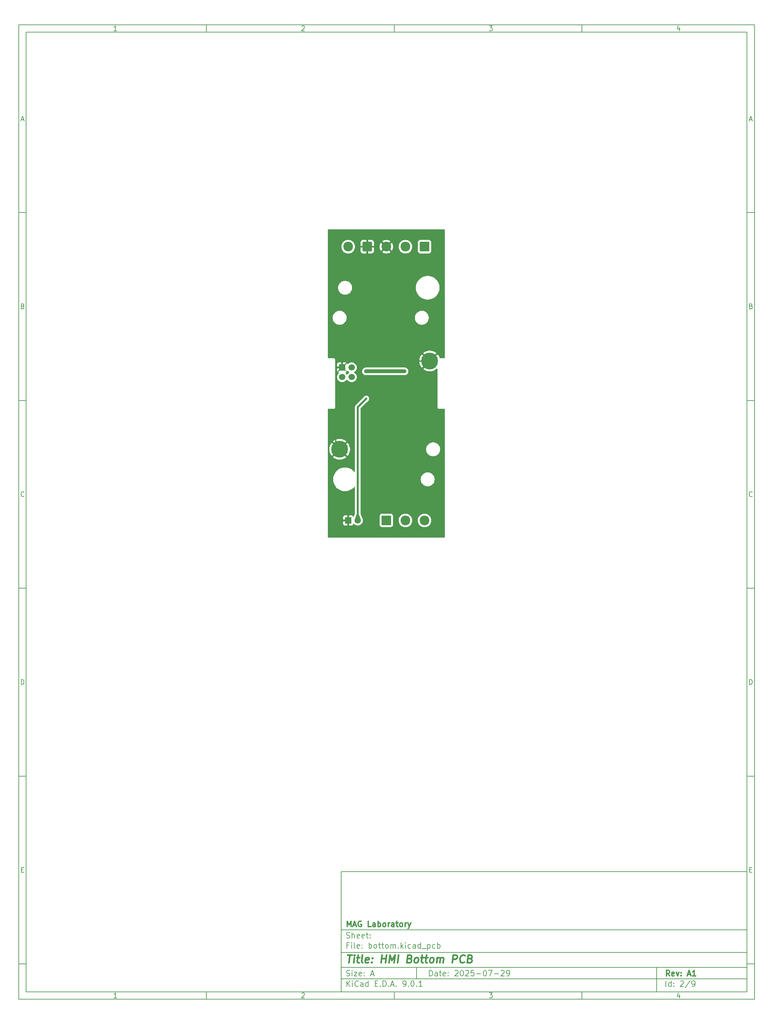
<source format=gbr>
%TF.GenerationSoftware,KiCad,Pcbnew,9.0.1*%
%TF.CreationDate,2025-07-31T02:38:38-07:00*%
%TF.ProjectId,bottom,626f7474-6f6d-42e6-9b69-6361645f7063,A1*%
%TF.SameCoordinates,PX578c1c0PY3d09000*%
%TF.FileFunction,Copper,L2,Bot*%
%TF.FilePolarity,Positive*%
%FSLAX46Y46*%
G04 Gerber Fmt 4.6, Leading zero omitted, Abs format (unit mm)*
G04 Created by KiCad (PCBNEW 9.0.1) date 2025-07-31 02:38:38*
%MOMM*%
%LPD*%
G01*
G04 APERTURE LIST*
G04 Aperture macros list*
%AMRoundRect*
0 Rectangle with rounded corners*
0 $1 Rounding radius*
0 $2 $3 $4 $5 $6 $7 $8 $9 X,Y pos of 4 corners*
0 Add a 4 corners polygon primitive as box body*
4,1,4,$2,$3,$4,$5,$6,$7,$8,$9,$2,$3,0*
0 Add four circle primitives for the rounded corners*
1,1,$1+$1,$2,$3*
1,1,$1+$1,$4,$5*
1,1,$1+$1,$6,$7*
1,1,$1+$1,$8,$9*
0 Add four rect primitives between the rounded corners*
20,1,$1+$1,$2,$3,$4,$5,0*
20,1,$1+$1,$4,$5,$6,$7,0*
20,1,$1+$1,$6,$7,$8,$9,0*
20,1,$1+$1,$8,$9,$2,$3,0*%
G04 Aperture macros list end*
%ADD10C,0.100000*%
%ADD11C,0.150000*%
%ADD12C,0.300000*%
%ADD13C,0.400000*%
%TA.AperFunction,ComponentPad*%
%ADD14RoundRect,0.250000X-1.050000X-1.050000X1.050000X-1.050000X1.050000X1.050000X-1.050000X1.050000X0*%
%TD*%
%TA.AperFunction,ComponentPad*%
%ADD15C,2.600000*%
%TD*%
%TA.AperFunction,ComponentPad*%
%ADD16R,1.700000X1.700000*%
%TD*%
%TA.AperFunction,ComponentPad*%
%ADD17C,1.700000*%
%TD*%
%TA.AperFunction,ComponentPad*%
%ADD18RoundRect,0.250000X1.050000X1.050000X-1.050000X1.050000X-1.050000X-1.050000X1.050000X-1.050000X0*%
%TD*%
%TA.AperFunction,ComponentPad*%
%ADD19C,4.500000*%
%TD*%
%TA.AperFunction,ViaPad*%
%ADD20C,0.800000*%
%TD*%
%TA.AperFunction,ViaPad*%
%ADD21C,0.600000*%
%TD*%
%TA.AperFunction,Conductor*%
%ADD22C,0.500000*%
%TD*%
%TA.AperFunction,Conductor*%
%ADD23C,0.300000*%
%TD*%
%TA.AperFunction,Conductor*%
%ADD24C,0.200000*%
%TD*%
%TA.AperFunction,Conductor*%
%ADD25C,1.000000*%
%TD*%
G04 APERTURE END LIST*
D10*
D11*
X4100000Y-171400000D02*
X112100000Y-171400000D01*
X112100000Y-203400000D01*
X4100000Y-203400000D01*
X4100000Y-171400000D01*
D10*
D11*
X-81800000Y54000000D02*
X114100000Y54000000D01*
X114100000Y-205400000D01*
X-81800000Y-205400000D01*
X-81800000Y54000000D01*
D10*
D11*
X-79800000Y52000000D02*
X112100000Y52000000D01*
X112100000Y-203400000D01*
X-79800000Y-203400000D01*
X-79800000Y52000000D01*
D10*
D11*
X-31800000Y52000000D02*
X-31800000Y54000000D01*
D10*
D11*
X18200000Y52000000D02*
X18200000Y54000000D01*
D10*
D11*
X68200000Y52000000D02*
X68200000Y54000000D01*
D10*
D11*
X-55710840Y52406396D02*
X-56453697Y52406396D01*
X-56082269Y52406396D02*
X-56082269Y53706396D01*
X-56082269Y53706396D02*
X-56206078Y53520681D01*
X-56206078Y53520681D02*
X-56329888Y53396872D01*
X-56329888Y53396872D02*
X-56453697Y53334967D01*
D10*
D11*
X-6453697Y53582586D02*
X-6391793Y53644491D01*
X-6391793Y53644491D02*
X-6267983Y53706396D01*
X-6267983Y53706396D02*
X-5958459Y53706396D01*
X-5958459Y53706396D02*
X-5834650Y53644491D01*
X-5834650Y53644491D02*
X-5772745Y53582586D01*
X-5772745Y53582586D02*
X-5710840Y53458777D01*
X-5710840Y53458777D02*
X-5710840Y53334967D01*
X-5710840Y53334967D02*
X-5772745Y53149253D01*
X-5772745Y53149253D02*
X-6515602Y52406396D01*
X-6515602Y52406396D02*
X-5710840Y52406396D01*
D10*
D11*
X43484398Y53706396D02*
X44289160Y53706396D01*
X44289160Y53706396D02*
X43855826Y53211158D01*
X43855826Y53211158D02*
X44041541Y53211158D01*
X44041541Y53211158D02*
X44165350Y53149253D01*
X44165350Y53149253D02*
X44227255Y53087348D01*
X44227255Y53087348D02*
X44289160Y52963539D01*
X44289160Y52963539D02*
X44289160Y52654015D01*
X44289160Y52654015D02*
X44227255Y52530205D01*
X44227255Y52530205D02*
X44165350Y52468300D01*
X44165350Y52468300D02*
X44041541Y52406396D01*
X44041541Y52406396D02*
X43670112Y52406396D01*
X43670112Y52406396D02*
X43546303Y52468300D01*
X43546303Y52468300D02*
X43484398Y52530205D01*
D10*
D11*
X94165350Y53273062D02*
X94165350Y52406396D01*
X93855826Y53768300D02*
X93546303Y52839729D01*
X93546303Y52839729D02*
X94351064Y52839729D01*
D10*
D11*
X-31800000Y-203400000D02*
X-31800000Y-205400000D01*
D10*
D11*
X18200000Y-203400000D02*
X18200000Y-205400000D01*
D10*
D11*
X68200000Y-203400000D02*
X68200000Y-205400000D01*
D10*
D11*
X-55710840Y-204993604D02*
X-56453697Y-204993604D01*
X-56082269Y-204993604D02*
X-56082269Y-203693604D01*
X-56082269Y-203693604D02*
X-56206078Y-203879319D01*
X-56206078Y-203879319D02*
X-56329888Y-204003128D01*
X-56329888Y-204003128D02*
X-56453697Y-204065033D01*
D10*
D11*
X-6453697Y-203817414D02*
X-6391793Y-203755509D01*
X-6391793Y-203755509D02*
X-6267983Y-203693604D01*
X-6267983Y-203693604D02*
X-5958459Y-203693604D01*
X-5958459Y-203693604D02*
X-5834650Y-203755509D01*
X-5834650Y-203755509D02*
X-5772745Y-203817414D01*
X-5772745Y-203817414D02*
X-5710840Y-203941223D01*
X-5710840Y-203941223D02*
X-5710840Y-204065033D01*
X-5710840Y-204065033D02*
X-5772745Y-204250747D01*
X-5772745Y-204250747D02*
X-6515602Y-204993604D01*
X-6515602Y-204993604D02*
X-5710840Y-204993604D01*
D10*
D11*
X43484398Y-203693604D02*
X44289160Y-203693604D01*
X44289160Y-203693604D02*
X43855826Y-204188842D01*
X43855826Y-204188842D02*
X44041541Y-204188842D01*
X44041541Y-204188842D02*
X44165350Y-204250747D01*
X44165350Y-204250747D02*
X44227255Y-204312652D01*
X44227255Y-204312652D02*
X44289160Y-204436461D01*
X44289160Y-204436461D02*
X44289160Y-204745985D01*
X44289160Y-204745985D02*
X44227255Y-204869795D01*
X44227255Y-204869795D02*
X44165350Y-204931700D01*
X44165350Y-204931700D02*
X44041541Y-204993604D01*
X44041541Y-204993604D02*
X43670112Y-204993604D01*
X43670112Y-204993604D02*
X43546303Y-204931700D01*
X43546303Y-204931700D02*
X43484398Y-204869795D01*
D10*
D11*
X94165350Y-204126938D02*
X94165350Y-204993604D01*
X93855826Y-203631700D02*
X93546303Y-204560271D01*
X93546303Y-204560271D02*
X94351064Y-204560271D01*
D10*
D11*
X-81800000Y4000000D02*
X-79800000Y4000000D01*
D10*
D11*
X-81800000Y-46000000D02*
X-79800000Y-46000000D01*
D10*
D11*
X-81800000Y-96000000D02*
X-79800000Y-96000000D01*
D10*
D11*
X-81800000Y-146000000D02*
X-79800000Y-146000000D01*
D10*
D11*
X-81800000Y-196000000D02*
X-79800000Y-196000000D01*
D10*
D11*
X-81109524Y28777824D02*
X-80490477Y28777824D01*
X-81233334Y28406396D02*
X-80800001Y29706396D01*
X-80800001Y29706396D02*
X-80366667Y28406396D01*
D10*
D11*
X-80707143Y-20912652D02*
X-80521429Y-20974557D01*
X-80521429Y-20974557D02*
X-80459524Y-21036461D01*
X-80459524Y-21036461D02*
X-80397620Y-21160271D01*
X-80397620Y-21160271D02*
X-80397620Y-21345985D01*
X-80397620Y-21345985D02*
X-80459524Y-21469795D01*
X-80459524Y-21469795D02*
X-80521429Y-21531700D01*
X-80521429Y-21531700D02*
X-80645239Y-21593604D01*
X-80645239Y-21593604D02*
X-81140477Y-21593604D01*
X-81140477Y-21593604D02*
X-81140477Y-20293604D01*
X-81140477Y-20293604D02*
X-80707143Y-20293604D01*
X-80707143Y-20293604D02*
X-80583334Y-20355509D01*
X-80583334Y-20355509D02*
X-80521429Y-20417414D01*
X-80521429Y-20417414D02*
X-80459524Y-20541223D01*
X-80459524Y-20541223D02*
X-80459524Y-20665033D01*
X-80459524Y-20665033D02*
X-80521429Y-20788842D01*
X-80521429Y-20788842D02*
X-80583334Y-20850747D01*
X-80583334Y-20850747D02*
X-80707143Y-20912652D01*
X-80707143Y-20912652D02*
X-81140477Y-20912652D01*
D10*
D11*
X-80397620Y-71469795D02*
X-80459524Y-71531700D01*
X-80459524Y-71531700D02*
X-80645239Y-71593604D01*
X-80645239Y-71593604D02*
X-80769048Y-71593604D01*
X-80769048Y-71593604D02*
X-80954762Y-71531700D01*
X-80954762Y-71531700D02*
X-81078572Y-71407890D01*
X-81078572Y-71407890D02*
X-81140477Y-71284080D01*
X-81140477Y-71284080D02*
X-81202381Y-71036461D01*
X-81202381Y-71036461D02*
X-81202381Y-70850747D01*
X-81202381Y-70850747D02*
X-81140477Y-70603128D01*
X-81140477Y-70603128D02*
X-81078572Y-70479319D01*
X-81078572Y-70479319D02*
X-80954762Y-70355509D01*
X-80954762Y-70355509D02*
X-80769048Y-70293604D01*
X-80769048Y-70293604D02*
X-80645239Y-70293604D01*
X-80645239Y-70293604D02*
X-80459524Y-70355509D01*
X-80459524Y-70355509D02*
X-80397620Y-70417414D01*
D10*
D11*
X-81140477Y-121593604D02*
X-81140477Y-120293604D01*
X-81140477Y-120293604D02*
X-80830953Y-120293604D01*
X-80830953Y-120293604D02*
X-80645239Y-120355509D01*
X-80645239Y-120355509D02*
X-80521429Y-120479319D01*
X-80521429Y-120479319D02*
X-80459524Y-120603128D01*
X-80459524Y-120603128D02*
X-80397620Y-120850747D01*
X-80397620Y-120850747D02*
X-80397620Y-121036461D01*
X-80397620Y-121036461D02*
X-80459524Y-121284080D01*
X-80459524Y-121284080D02*
X-80521429Y-121407890D01*
X-80521429Y-121407890D02*
X-80645239Y-121531700D01*
X-80645239Y-121531700D02*
X-80830953Y-121593604D01*
X-80830953Y-121593604D02*
X-81140477Y-121593604D01*
D10*
D11*
X-81078572Y-170912652D02*
X-80645238Y-170912652D01*
X-80459524Y-171593604D02*
X-81078572Y-171593604D01*
X-81078572Y-171593604D02*
X-81078572Y-170293604D01*
X-81078572Y-170293604D02*
X-80459524Y-170293604D01*
D10*
D11*
X114100000Y4000000D02*
X112100000Y4000000D01*
D10*
D11*
X114100000Y-46000000D02*
X112100000Y-46000000D01*
D10*
D11*
X114100000Y-96000000D02*
X112100000Y-96000000D01*
D10*
D11*
X114100000Y-146000000D02*
X112100000Y-146000000D01*
D10*
D11*
X114100000Y-196000000D02*
X112100000Y-196000000D01*
D10*
D11*
X112790476Y28777824D02*
X113409523Y28777824D01*
X112666666Y28406396D02*
X113099999Y29706396D01*
X113099999Y29706396D02*
X113533333Y28406396D01*
D10*
D11*
X113192857Y-20912652D02*
X113378571Y-20974557D01*
X113378571Y-20974557D02*
X113440476Y-21036461D01*
X113440476Y-21036461D02*
X113502380Y-21160271D01*
X113502380Y-21160271D02*
X113502380Y-21345985D01*
X113502380Y-21345985D02*
X113440476Y-21469795D01*
X113440476Y-21469795D02*
X113378571Y-21531700D01*
X113378571Y-21531700D02*
X113254761Y-21593604D01*
X113254761Y-21593604D02*
X112759523Y-21593604D01*
X112759523Y-21593604D02*
X112759523Y-20293604D01*
X112759523Y-20293604D02*
X113192857Y-20293604D01*
X113192857Y-20293604D02*
X113316666Y-20355509D01*
X113316666Y-20355509D02*
X113378571Y-20417414D01*
X113378571Y-20417414D02*
X113440476Y-20541223D01*
X113440476Y-20541223D02*
X113440476Y-20665033D01*
X113440476Y-20665033D02*
X113378571Y-20788842D01*
X113378571Y-20788842D02*
X113316666Y-20850747D01*
X113316666Y-20850747D02*
X113192857Y-20912652D01*
X113192857Y-20912652D02*
X112759523Y-20912652D01*
D10*
D11*
X113502380Y-71469795D02*
X113440476Y-71531700D01*
X113440476Y-71531700D02*
X113254761Y-71593604D01*
X113254761Y-71593604D02*
X113130952Y-71593604D01*
X113130952Y-71593604D02*
X112945238Y-71531700D01*
X112945238Y-71531700D02*
X112821428Y-71407890D01*
X112821428Y-71407890D02*
X112759523Y-71284080D01*
X112759523Y-71284080D02*
X112697619Y-71036461D01*
X112697619Y-71036461D02*
X112697619Y-70850747D01*
X112697619Y-70850747D02*
X112759523Y-70603128D01*
X112759523Y-70603128D02*
X112821428Y-70479319D01*
X112821428Y-70479319D02*
X112945238Y-70355509D01*
X112945238Y-70355509D02*
X113130952Y-70293604D01*
X113130952Y-70293604D02*
X113254761Y-70293604D01*
X113254761Y-70293604D02*
X113440476Y-70355509D01*
X113440476Y-70355509D02*
X113502380Y-70417414D01*
D10*
D11*
X112759523Y-121593604D02*
X112759523Y-120293604D01*
X112759523Y-120293604D02*
X113069047Y-120293604D01*
X113069047Y-120293604D02*
X113254761Y-120355509D01*
X113254761Y-120355509D02*
X113378571Y-120479319D01*
X113378571Y-120479319D02*
X113440476Y-120603128D01*
X113440476Y-120603128D02*
X113502380Y-120850747D01*
X113502380Y-120850747D02*
X113502380Y-121036461D01*
X113502380Y-121036461D02*
X113440476Y-121284080D01*
X113440476Y-121284080D02*
X113378571Y-121407890D01*
X113378571Y-121407890D02*
X113254761Y-121531700D01*
X113254761Y-121531700D02*
X113069047Y-121593604D01*
X113069047Y-121593604D02*
X112759523Y-121593604D01*
D10*
D11*
X112821428Y-170912652D02*
X113254762Y-170912652D01*
X113440476Y-171593604D02*
X112821428Y-171593604D01*
X112821428Y-171593604D02*
X112821428Y-170293604D01*
X112821428Y-170293604D02*
X113440476Y-170293604D01*
D10*
D11*
X27555826Y-199186128D02*
X27555826Y-197686128D01*
X27555826Y-197686128D02*
X27912969Y-197686128D01*
X27912969Y-197686128D02*
X28127255Y-197757557D01*
X28127255Y-197757557D02*
X28270112Y-197900414D01*
X28270112Y-197900414D02*
X28341541Y-198043271D01*
X28341541Y-198043271D02*
X28412969Y-198328985D01*
X28412969Y-198328985D02*
X28412969Y-198543271D01*
X28412969Y-198543271D02*
X28341541Y-198828985D01*
X28341541Y-198828985D02*
X28270112Y-198971842D01*
X28270112Y-198971842D02*
X28127255Y-199114700D01*
X28127255Y-199114700D02*
X27912969Y-199186128D01*
X27912969Y-199186128D02*
X27555826Y-199186128D01*
X29698684Y-199186128D02*
X29698684Y-198400414D01*
X29698684Y-198400414D02*
X29627255Y-198257557D01*
X29627255Y-198257557D02*
X29484398Y-198186128D01*
X29484398Y-198186128D02*
X29198684Y-198186128D01*
X29198684Y-198186128D02*
X29055826Y-198257557D01*
X29698684Y-199114700D02*
X29555826Y-199186128D01*
X29555826Y-199186128D02*
X29198684Y-199186128D01*
X29198684Y-199186128D02*
X29055826Y-199114700D01*
X29055826Y-199114700D02*
X28984398Y-198971842D01*
X28984398Y-198971842D02*
X28984398Y-198828985D01*
X28984398Y-198828985D02*
X29055826Y-198686128D01*
X29055826Y-198686128D02*
X29198684Y-198614700D01*
X29198684Y-198614700D02*
X29555826Y-198614700D01*
X29555826Y-198614700D02*
X29698684Y-198543271D01*
X30198684Y-198186128D02*
X30770112Y-198186128D01*
X30412969Y-197686128D02*
X30412969Y-198971842D01*
X30412969Y-198971842D02*
X30484398Y-199114700D01*
X30484398Y-199114700D02*
X30627255Y-199186128D01*
X30627255Y-199186128D02*
X30770112Y-199186128D01*
X31841541Y-199114700D02*
X31698684Y-199186128D01*
X31698684Y-199186128D02*
X31412970Y-199186128D01*
X31412970Y-199186128D02*
X31270112Y-199114700D01*
X31270112Y-199114700D02*
X31198684Y-198971842D01*
X31198684Y-198971842D02*
X31198684Y-198400414D01*
X31198684Y-198400414D02*
X31270112Y-198257557D01*
X31270112Y-198257557D02*
X31412970Y-198186128D01*
X31412970Y-198186128D02*
X31698684Y-198186128D01*
X31698684Y-198186128D02*
X31841541Y-198257557D01*
X31841541Y-198257557D02*
X31912970Y-198400414D01*
X31912970Y-198400414D02*
X31912970Y-198543271D01*
X31912970Y-198543271D02*
X31198684Y-198686128D01*
X32555826Y-199043271D02*
X32627255Y-199114700D01*
X32627255Y-199114700D02*
X32555826Y-199186128D01*
X32555826Y-199186128D02*
X32484398Y-199114700D01*
X32484398Y-199114700D02*
X32555826Y-199043271D01*
X32555826Y-199043271D02*
X32555826Y-199186128D01*
X32555826Y-198257557D02*
X32627255Y-198328985D01*
X32627255Y-198328985D02*
X32555826Y-198400414D01*
X32555826Y-198400414D02*
X32484398Y-198328985D01*
X32484398Y-198328985D02*
X32555826Y-198257557D01*
X32555826Y-198257557D02*
X32555826Y-198400414D01*
X34341541Y-197828985D02*
X34412969Y-197757557D01*
X34412969Y-197757557D02*
X34555827Y-197686128D01*
X34555827Y-197686128D02*
X34912969Y-197686128D01*
X34912969Y-197686128D02*
X35055827Y-197757557D01*
X35055827Y-197757557D02*
X35127255Y-197828985D01*
X35127255Y-197828985D02*
X35198684Y-197971842D01*
X35198684Y-197971842D02*
X35198684Y-198114700D01*
X35198684Y-198114700D02*
X35127255Y-198328985D01*
X35127255Y-198328985D02*
X34270112Y-199186128D01*
X34270112Y-199186128D02*
X35198684Y-199186128D01*
X36127255Y-197686128D02*
X36270112Y-197686128D01*
X36270112Y-197686128D02*
X36412969Y-197757557D01*
X36412969Y-197757557D02*
X36484398Y-197828985D01*
X36484398Y-197828985D02*
X36555826Y-197971842D01*
X36555826Y-197971842D02*
X36627255Y-198257557D01*
X36627255Y-198257557D02*
X36627255Y-198614700D01*
X36627255Y-198614700D02*
X36555826Y-198900414D01*
X36555826Y-198900414D02*
X36484398Y-199043271D01*
X36484398Y-199043271D02*
X36412969Y-199114700D01*
X36412969Y-199114700D02*
X36270112Y-199186128D01*
X36270112Y-199186128D02*
X36127255Y-199186128D01*
X36127255Y-199186128D02*
X35984398Y-199114700D01*
X35984398Y-199114700D02*
X35912969Y-199043271D01*
X35912969Y-199043271D02*
X35841540Y-198900414D01*
X35841540Y-198900414D02*
X35770112Y-198614700D01*
X35770112Y-198614700D02*
X35770112Y-198257557D01*
X35770112Y-198257557D02*
X35841540Y-197971842D01*
X35841540Y-197971842D02*
X35912969Y-197828985D01*
X35912969Y-197828985D02*
X35984398Y-197757557D01*
X35984398Y-197757557D02*
X36127255Y-197686128D01*
X37198683Y-197828985D02*
X37270111Y-197757557D01*
X37270111Y-197757557D02*
X37412969Y-197686128D01*
X37412969Y-197686128D02*
X37770111Y-197686128D01*
X37770111Y-197686128D02*
X37912969Y-197757557D01*
X37912969Y-197757557D02*
X37984397Y-197828985D01*
X37984397Y-197828985D02*
X38055826Y-197971842D01*
X38055826Y-197971842D02*
X38055826Y-198114700D01*
X38055826Y-198114700D02*
X37984397Y-198328985D01*
X37984397Y-198328985D02*
X37127254Y-199186128D01*
X37127254Y-199186128D02*
X38055826Y-199186128D01*
X39412968Y-197686128D02*
X38698682Y-197686128D01*
X38698682Y-197686128D02*
X38627254Y-198400414D01*
X38627254Y-198400414D02*
X38698682Y-198328985D01*
X38698682Y-198328985D02*
X38841540Y-198257557D01*
X38841540Y-198257557D02*
X39198682Y-198257557D01*
X39198682Y-198257557D02*
X39341540Y-198328985D01*
X39341540Y-198328985D02*
X39412968Y-198400414D01*
X39412968Y-198400414D02*
X39484397Y-198543271D01*
X39484397Y-198543271D02*
X39484397Y-198900414D01*
X39484397Y-198900414D02*
X39412968Y-199043271D01*
X39412968Y-199043271D02*
X39341540Y-199114700D01*
X39341540Y-199114700D02*
X39198682Y-199186128D01*
X39198682Y-199186128D02*
X38841540Y-199186128D01*
X38841540Y-199186128D02*
X38698682Y-199114700D01*
X38698682Y-199114700D02*
X38627254Y-199043271D01*
X40127253Y-198614700D02*
X41270111Y-198614700D01*
X42270111Y-197686128D02*
X42412968Y-197686128D01*
X42412968Y-197686128D02*
X42555825Y-197757557D01*
X42555825Y-197757557D02*
X42627254Y-197828985D01*
X42627254Y-197828985D02*
X42698682Y-197971842D01*
X42698682Y-197971842D02*
X42770111Y-198257557D01*
X42770111Y-198257557D02*
X42770111Y-198614700D01*
X42770111Y-198614700D02*
X42698682Y-198900414D01*
X42698682Y-198900414D02*
X42627254Y-199043271D01*
X42627254Y-199043271D02*
X42555825Y-199114700D01*
X42555825Y-199114700D02*
X42412968Y-199186128D01*
X42412968Y-199186128D02*
X42270111Y-199186128D01*
X42270111Y-199186128D02*
X42127254Y-199114700D01*
X42127254Y-199114700D02*
X42055825Y-199043271D01*
X42055825Y-199043271D02*
X41984396Y-198900414D01*
X41984396Y-198900414D02*
X41912968Y-198614700D01*
X41912968Y-198614700D02*
X41912968Y-198257557D01*
X41912968Y-198257557D02*
X41984396Y-197971842D01*
X41984396Y-197971842D02*
X42055825Y-197828985D01*
X42055825Y-197828985D02*
X42127254Y-197757557D01*
X42127254Y-197757557D02*
X42270111Y-197686128D01*
X43270110Y-197686128D02*
X44270110Y-197686128D01*
X44270110Y-197686128D02*
X43627253Y-199186128D01*
X44841538Y-198614700D02*
X45984396Y-198614700D01*
X46627253Y-197828985D02*
X46698681Y-197757557D01*
X46698681Y-197757557D02*
X46841539Y-197686128D01*
X46841539Y-197686128D02*
X47198681Y-197686128D01*
X47198681Y-197686128D02*
X47341539Y-197757557D01*
X47341539Y-197757557D02*
X47412967Y-197828985D01*
X47412967Y-197828985D02*
X47484396Y-197971842D01*
X47484396Y-197971842D02*
X47484396Y-198114700D01*
X47484396Y-198114700D02*
X47412967Y-198328985D01*
X47412967Y-198328985D02*
X46555824Y-199186128D01*
X46555824Y-199186128D02*
X47484396Y-199186128D01*
X48198681Y-199186128D02*
X48484395Y-199186128D01*
X48484395Y-199186128D02*
X48627252Y-199114700D01*
X48627252Y-199114700D02*
X48698681Y-199043271D01*
X48698681Y-199043271D02*
X48841538Y-198828985D01*
X48841538Y-198828985D02*
X48912967Y-198543271D01*
X48912967Y-198543271D02*
X48912967Y-197971842D01*
X48912967Y-197971842D02*
X48841538Y-197828985D01*
X48841538Y-197828985D02*
X48770110Y-197757557D01*
X48770110Y-197757557D02*
X48627252Y-197686128D01*
X48627252Y-197686128D02*
X48341538Y-197686128D01*
X48341538Y-197686128D02*
X48198681Y-197757557D01*
X48198681Y-197757557D02*
X48127252Y-197828985D01*
X48127252Y-197828985D02*
X48055824Y-197971842D01*
X48055824Y-197971842D02*
X48055824Y-198328985D01*
X48055824Y-198328985D02*
X48127252Y-198471842D01*
X48127252Y-198471842D02*
X48198681Y-198543271D01*
X48198681Y-198543271D02*
X48341538Y-198614700D01*
X48341538Y-198614700D02*
X48627252Y-198614700D01*
X48627252Y-198614700D02*
X48770110Y-198543271D01*
X48770110Y-198543271D02*
X48841538Y-198471842D01*
X48841538Y-198471842D02*
X48912967Y-198328985D01*
D10*
D11*
X4100000Y-199900000D02*
X112100000Y-199900000D01*
D10*
D11*
X5555826Y-201986128D02*
X5555826Y-200486128D01*
X6412969Y-201986128D02*
X5770112Y-201128985D01*
X6412969Y-200486128D02*
X5555826Y-201343271D01*
X7055826Y-201986128D02*
X7055826Y-200986128D01*
X7055826Y-200486128D02*
X6984398Y-200557557D01*
X6984398Y-200557557D02*
X7055826Y-200628985D01*
X7055826Y-200628985D02*
X7127255Y-200557557D01*
X7127255Y-200557557D02*
X7055826Y-200486128D01*
X7055826Y-200486128D02*
X7055826Y-200628985D01*
X8627255Y-201843271D02*
X8555827Y-201914700D01*
X8555827Y-201914700D02*
X8341541Y-201986128D01*
X8341541Y-201986128D02*
X8198684Y-201986128D01*
X8198684Y-201986128D02*
X7984398Y-201914700D01*
X7984398Y-201914700D02*
X7841541Y-201771842D01*
X7841541Y-201771842D02*
X7770112Y-201628985D01*
X7770112Y-201628985D02*
X7698684Y-201343271D01*
X7698684Y-201343271D02*
X7698684Y-201128985D01*
X7698684Y-201128985D02*
X7770112Y-200843271D01*
X7770112Y-200843271D02*
X7841541Y-200700414D01*
X7841541Y-200700414D02*
X7984398Y-200557557D01*
X7984398Y-200557557D02*
X8198684Y-200486128D01*
X8198684Y-200486128D02*
X8341541Y-200486128D01*
X8341541Y-200486128D02*
X8555827Y-200557557D01*
X8555827Y-200557557D02*
X8627255Y-200628985D01*
X9912970Y-201986128D02*
X9912970Y-201200414D01*
X9912970Y-201200414D02*
X9841541Y-201057557D01*
X9841541Y-201057557D02*
X9698684Y-200986128D01*
X9698684Y-200986128D02*
X9412970Y-200986128D01*
X9412970Y-200986128D02*
X9270112Y-201057557D01*
X9912970Y-201914700D02*
X9770112Y-201986128D01*
X9770112Y-201986128D02*
X9412970Y-201986128D01*
X9412970Y-201986128D02*
X9270112Y-201914700D01*
X9270112Y-201914700D02*
X9198684Y-201771842D01*
X9198684Y-201771842D02*
X9198684Y-201628985D01*
X9198684Y-201628985D02*
X9270112Y-201486128D01*
X9270112Y-201486128D02*
X9412970Y-201414700D01*
X9412970Y-201414700D02*
X9770112Y-201414700D01*
X9770112Y-201414700D02*
X9912970Y-201343271D01*
X11270113Y-201986128D02*
X11270113Y-200486128D01*
X11270113Y-201914700D02*
X11127255Y-201986128D01*
X11127255Y-201986128D02*
X10841541Y-201986128D01*
X10841541Y-201986128D02*
X10698684Y-201914700D01*
X10698684Y-201914700D02*
X10627255Y-201843271D01*
X10627255Y-201843271D02*
X10555827Y-201700414D01*
X10555827Y-201700414D02*
X10555827Y-201271842D01*
X10555827Y-201271842D02*
X10627255Y-201128985D01*
X10627255Y-201128985D02*
X10698684Y-201057557D01*
X10698684Y-201057557D02*
X10841541Y-200986128D01*
X10841541Y-200986128D02*
X11127255Y-200986128D01*
X11127255Y-200986128D02*
X11270113Y-201057557D01*
X13127255Y-201200414D02*
X13627255Y-201200414D01*
X13841541Y-201986128D02*
X13127255Y-201986128D01*
X13127255Y-201986128D02*
X13127255Y-200486128D01*
X13127255Y-200486128D02*
X13841541Y-200486128D01*
X14484398Y-201843271D02*
X14555827Y-201914700D01*
X14555827Y-201914700D02*
X14484398Y-201986128D01*
X14484398Y-201986128D02*
X14412970Y-201914700D01*
X14412970Y-201914700D02*
X14484398Y-201843271D01*
X14484398Y-201843271D02*
X14484398Y-201986128D01*
X15198684Y-201986128D02*
X15198684Y-200486128D01*
X15198684Y-200486128D02*
X15555827Y-200486128D01*
X15555827Y-200486128D02*
X15770113Y-200557557D01*
X15770113Y-200557557D02*
X15912970Y-200700414D01*
X15912970Y-200700414D02*
X15984399Y-200843271D01*
X15984399Y-200843271D02*
X16055827Y-201128985D01*
X16055827Y-201128985D02*
X16055827Y-201343271D01*
X16055827Y-201343271D02*
X15984399Y-201628985D01*
X15984399Y-201628985D02*
X15912970Y-201771842D01*
X15912970Y-201771842D02*
X15770113Y-201914700D01*
X15770113Y-201914700D02*
X15555827Y-201986128D01*
X15555827Y-201986128D02*
X15198684Y-201986128D01*
X16698684Y-201843271D02*
X16770113Y-201914700D01*
X16770113Y-201914700D02*
X16698684Y-201986128D01*
X16698684Y-201986128D02*
X16627256Y-201914700D01*
X16627256Y-201914700D02*
X16698684Y-201843271D01*
X16698684Y-201843271D02*
X16698684Y-201986128D01*
X17341542Y-201557557D02*
X18055828Y-201557557D01*
X17198685Y-201986128D02*
X17698685Y-200486128D01*
X17698685Y-200486128D02*
X18198685Y-201986128D01*
X18698684Y-201843271D02*
X18770113Y-201914700D01*
X18770113Y-201914700D02*
X18698684Y-201986128D01*
X18698684Y-201986128D02*
X18627256Y-201914700D01*
X18627256Y-201914700D02*
X18698684Y-201843271D01*
X18698684Y-201843271D02*
X18698684Y-201986128D01*
X20627256Y-201986128D02*
X20912970Y-201986128D01*
X20912970Y-201986128D02*
X21055827Y-201914700D01*
X21055827Y-201914700D02*
X21127256Y-201843271D01*
X21127256Y-201843271D02*
X21270113Y-201628985D01*
X21270113Y-201628985D02*
X21341542Y-201343271D01*
X21341542Y-201343271D02*
X21341542Y-200771842D01*
X21341542Y-200771842D02*
X21270113Y-200628985D01*
X21270113Y-200628985D02*
X21198685Y-200557557D01*
X21198685Y-200557557D02*
X21055827Y-200486128D01*
X21055827Y-200486128D02*
X20770113Y-200486128D01*
X20770113Y-200486128D02*
X20627256Y-200557557D01*
X20627256Y-200557557D02*
X20555827Y-200628985D01*
X20555827Y-200628985D02*
X20484399Y-200771842D01*
X20484399Y-200771842D02*
X20484399Y-201128985D01*
X20484399Y-201128985D02*
X20555827Y-201271842D01*
X20555827Y-201271842D02*
X20627256Y-201343271D01*
X20627256Y-201343271D02*
X20770113Y-201414700D01*
X20770113Y-201414700D02*
X21055827Y-201414700D01*
X21055827Y-201414700D02*
X21198685Y-201343271D01*
X21198685Y-201343271D02*
X21270113Y-201271842D01*
X21270113Y-201271842D02*
X21341542Y-201128985D01*
X21984398Y-201843271D02*
X22055827Y-201914700D01*
X22055827Y-201914700D02*
X21984398Y-201986128D01*
X21984398Y-201986128D02*
X21912970Y-201914700D01*
X21912970Y-201914700D02*
X21984398Y-201843271D01*
X21984398Y-201843271D02*
X21984398Y-201986128D01*
X22984399Y-200486128D02*
X23127256Y-200486128D01*
X23127256Y-200486128D02*
X23270113Y-200557557D01*
X23270113Y-200557557D02*
X23341542Y-200628985D01*
X23341542Y-200628985D02*
X23412970Y-200771842D01*
X23412970Y-200771842D02*
X23484399Y-201057557D01*
X23484399Y-201057557D02*
X23484399Y-201414700D01*
X23484399Y-201414700D02*
X23412970Y-201700414D01*
X23412970Y-201700414D02*
X23341542Y-201843271D01*
X23341542Y-201843271D02*
X23270113Y-201914700D01*
X23270113Y-201914700D02*
X23127256Y-201986128D01*
X23127256Y-201986128D02*
X22984399Y-201986128D01*
X22984399Y-201986128D02*
X22841542Y-201914700D01*
X22841542Y-201914700D02*
X22770113Y-201843271D01*
X22770113Y-201843271D02*
X22698684Y-201700414D01*
X22698684Y-201700414D02*
X22627256Y-201414700D01*
X22627256Y-201414700D02*
X22627256Y-201057557D01*
X22627256Y-201057557D02*
X22698684Y-200771842D01*
X22698684Y-200771842D02*
X22770113Y-200628985D01*
X22770113Y-200628985D02*
X22841542Y-200557557D01*
X22841542Y-200557557D02*
X22984399Y-200486128D01*
X24127255Y-201843271D02*
X24198684Y-201914700D01*
X24198684Y-201914700D02*
X24127255Y-201986128D01*
X24127255Y-201986128D02*
X24055827Y-201914700D01*
X24055827Y-201914700D02*
X24127255Y-201843271D01*
X24127255Y-201843271D02*
X24127255Y-201986128D01*
X25627256Y-201986128D02*
X24770113Y-201986128D01*
X25198684Y-201986128D02*
X25198684Y-200486128D01*
X25198684Y-200486128D02*
X25055827Y-200700414D01*
X25055827Y-200700414D02*
X24912970Y-200843271D01*
X24912970Y-200843271D02*
X24770113Y-200914700D01*
D10*
D11*
X4100000Y-196900000D02*
X112100000Y-196900000D01*
D10*
D12*
X91511653Y-199178328D02*
X91011653Y-198464042D01*
X90654510Y-199178328D02*
X90654510Y-197678328D01*
X90654510Y-197678328D02*
X91225939Y-197678328D01*
X91225939Y-197678328D02*
X91368796Y-197749757D01*
X91368796Y-197749757D02*
X91440225Y-197821185D01*
X91440225Y-197821185D02*
X91511653Y-197964042D01*
X91511653Y-197964042D02*
X91511653Y-198178328D01*
X91511653Y-198178328D02*
X91440225Y-198321185D01*
X91440225Y-198321185D02*
X91368796Y-198392614D01*
X91368796Y-198392614D02*
X91225939Y-198464042D01*
X91225939Y-198464042D02*
X90654510Y-198464042D01*
X92725939Y-199106900D02*
X92583082Y-199178328D01*
X92583082Y-199178328D02*
X92297368Y-199178328D01*
X92297368Y-199178328D02*
X92154510Y-199106900D01*
X92154510Y-199106900D02*
X92083082Y-198964042D01*
X92083082Y-198964042D02*
X92083082Y-198392614D01*
X92083082Y-198392614D02*
X92154510Y-198249757D01*
X92154510Y-198249757D02*
X92297368Y-198178328D01*
X92297368Y-198178328D02*
X92583082Y-198178328D01*
X92583082Y-198178328D02*
X92725939Y-198249757D01*
X92725939Y-198249757D02*
X92797368Y-198392614D01*
X92797368Y-198392614D02*
X92797368Y-198535471D01*
X92797368Y-198535471D02*
X92083082Y-198678328D01*
X93297367Y-198178328D02*
X93654510Y-199178328D01*
X93654510Y-199178328D02*
X94011653Y-198178328D01*
X94583081Y-199035471D02*
X94654510Y-199106900D01*
X94654510Y-199106900D02*
X94583081Y-199178328D01*
X94583081Y-199178328D02*
X94511653Y-199106900D01*
X94511653Y-199106900D02*
X94583081Y-199035471D01*
X94583081Y-199035471D02*
X94583081Y-199178328D01*
X94583081Y-198249757D02*
X94654510Y-198321185D01*
X94654510Y-198321185D02*
X94583081Y-198392614D01*
X94583081Y-198392614D02*
X94511653Y-198321185D01*
X94511653Y-198321185D02*
X94583081Y-198249757D01*
X94583081Y-198249757D02*
X94583081Y-198392614D01*
X96368796Y-198749757D02*
X97083082Y-198749757D01*
X96225939Y-199178328D02*
X96725939Y-197678328D01*
X96725939Y-197678328D02*
X97225939Y-199178328D01*
X98511653Y-199178328D02*
X97654510Y-199178328D01*
X98083081Y-199178328D02*
X98083081Y-197678328D01*
X98083081Y-197678328D02*
X97940224Y-197892614D01*
X97940224Y-197892614D02*
X97797367Y-198035471D01*
X97797367Y-198035471D02*
X97654510Y-198106900D01*
D10*
D11*
X5484398Y-199114700D02*
X5698684Y-199186128D01*
X5698684Y-199186128D02*
X6055826Y-199186128D01*
X6055826Y-199186128D02*
X6198684Y-199114700D01*
X6198684Y-199114700D02*
X6270112Y-199043271D01*
X6270112Y-199043271D02*
X6341541Y-198900414D01*
X6341541Y-198900414D02*
X6341541Y-198757557D01*
X6341541Y-198757557D02*
X6270112Y-198614700D01*
X6270112Y-198614700D02*
X6198684Y-198543271D01*
X6198684Y-198543271D02*
X6055826Y-198471842D01*
X6055826Y-198471842D02*
X5770112Y-198400414D01*
X5770112Y-198400414D02*
X5627255Y-198328985D01*
X5627255Y-198328985D02*
X5555826Y-198257557D01*
X5555826Y-198257557D02*
X5484398Y-198114700D01*
X5484398Y-198114700D02*
X5484398Y-197971842D01*
X5484398Y-197971842D02*
X5555826Y-197828985D01*
X5555826Y-197828985D02*
X5627255Y-197757557D01*
X5627255Y-197757557D02*
X5770112Y-197686128D01*
X5770112Y-197686128D02*
X6127255Y-197686128D01*
X6127255Y-197686128D02*
X6341541Y-197757557D01*
X6984397Y-199186128D02*
X6984397Y-198186128D01*
X6984397Y-197686128D02*
X6912969Y-197757557D01*
X6912969Y-197757557D02*
X6984397Y-197828985D01*
X6984397Y-197828985D02*
X7055826Y-197757557D01*
X7055826Y-197757557D02*
X6984397Y-197686128D01*
X6984397Y-197686128D02*
X6984397Y-197828985D01*
X7555826Y-198186128D02*
X8341541Y-198186128D01*
X8341541Y-198186128D02*
X7555826Y-199186128D01*
X7555826Y-199186128D02*
X8341541Y-199186128D01*
X9484398Y-199114700D02*
X9341541Y-199186128D01*
X9341541Y-199186128D02*
X9055827Y-199186128D01*
X9055827Y-199186128D02*
X8912969Y-199114700D01*
X8912969Y-199114700D02*
X8841541Y-198971842D01*
X8841541Y-198971842D02*
X8841541Y-198400414D01*
X8841541Y-198400414D02*
X8912969Y-198257557D01*
X8912969Y-198257557D02*
X9055827Y-198186128D01*
X9055827Y-198186128D02*
X9341541Y-198186128D01*
X9341541Y-198186128D02*
X9484398Y-198257557D01*
X9484398Y-198257557D02*
X9555827Y-198400414D01*
X9555827Y-198400414D02*
X9555827Y-198543271D01*
X9555827Y-198543271D02*
X8841541Y-198686128D01*
X10198683Y-199043271D02*
X10270112Y-199114700D01*
X10270112Y-199114700D02*
X10198683Y-199186128D01*
X10198683Y-199186128D02*
X10127255Y-199114700D01*
X10127255Y-199114700D02*
X10198683Y-199043271D01*
X10198683Y-199043271D02*
X10198683Y-199186128D01*
X10198683Y-198257557D02*
X10270112Y-198328985D01*
X10270112Y-198328985D02*
X10198683Y-198400414D01*
X10198683Y-198400414D02*
X10127255Y-198328985D01*
X10127255Y-198328985D02*
X10198683Y-198257557D01*
X10198683Y-198257557D02*
X10198683Y-198400414D01*
X11984398Y-198757557D02*
X12698684Y-198757557D01*
X11841541Y-199186128D02*
X12341541Y-197686128D01*
X12341541Y-197686128D02*
X12841541Y-199186128D01*
D10*
D11*
X90555826Y-201986128D02*
X90555826Y-200486128D01*
X91912970Y-201986128D02*
X91912970Y-200486128D01*
X91912970Y-201914700D02*
X91770112Y-201986128D01*
X91770112Y-201986128D02*
X91484398Y-201986128D01*
X91484398Y-201986128D02*
X91341541Y-201914700D01*
X91341541Y-201914700D02*
X91270112Y-201843271D01*
X91270112Y-201843271D02*
X91198684Y-201700414D01*
X91198684Y-201700414D02*
X91198684Y-201271842D01*
X91198684Y-201271842D02*
X91270112Y-201128985D01*
X91270112Y-201128985D02*
X91341541Y-201057557D01*
X91341541Y-201057557D02*
X91484398Y-200986128D01*
X91484398Y-200986128D02*
X91770112Y-200986128D01*
X91770112Y-200986128D02*
X91912970Y-201057557D01*
X92627255Y-201843271D02*
X92698684Y-201914700D01*
X92698684Y-201914700D02*
X92627255Y-201986128D01*
X92627255Y-201986128D02*
X92555827Y-201914700D01*
X92555827Y-201914700D02*
X92627255Y-201843271D01*
X92627255Y-201843271D02*
X92627255Y-201986128D01*
X92627255Y-201057557D02*
X92698684Y-201128985D01*
X92698684Y-201128985D02*
X92627255Y-201200414D01*
X92627255Y-201200414D02*
X92555827Y-201128985D01*
X92555827Y-201128985D02*
X92627255Y-201057557D01*
X92627255Y-201057557D02*
X92627255Y-201200414D01*
X94412970Y-200628985D02*
X94484398Y-200557557D01*
X94484398Y-200557557D02*
X94627256Y-200486128D01*
X94627256Y-200486128D02*
X94984398Y-200486128D01*
X94984398Y-200486128D02*
X95127256Y-200557557D01*
X95127256Y-200557557D02*
X95198684Y-200628985D01*
X95198684Y-200628985D02*
X95270113Y-200771842D01*
X95270113Y-200771842D02*
X95270113Y-200914700D01*
X95270113Y-200914700D02*
X95198684Y-201128985D01*
X95198684Y-201128985D02*
X94341541Y-201986128D01*
X94341541Y-201986128D02*
X95270113Y-201986128D01*
X96984398Y-200414700D02*
X95698684Y-202343271D01*
X97555827Y-201986128D02*
X97841541Y-201986128D01*
X97841541Y-201986128D02*
X97984398Y-201914700D01*
X97984398Y-201914700D02*
X98055827Y-201843271D01*
X98055827Y-201843271D02*
X98198684Y-201628985D01*
X98198684Y-201628985D02*
X98270113Y-201343271D01*
X98270113Y-201343271D02*
X98270113Y-200771842D01*
X98270113Y-200771842D02*
X98198684Y-200628985D01*
X98198684Y-200628985D02*
X98127256Y-200557557D01*
X98127256Y-200557557D02*
X97984398Y-200486128D01*
X97984398Y-200486128D02*
X97698684Y-200486128D01*
X97698684Y-200486128D02*
X97555827Y-200557557D01*
X97555827Y-200557557D02*
X97484398Y-200628985D01*
X97484398Y-200628985D02*
X97412970Y-200771842D01*
X97412970Y-200771842D02*
X97412970Y-201128985D01*
X97412970Y-201128985D02*
X97484398Y-201271842D01*
X97484398Y-201271842D02*
X97555827Y-201343271D01*
X97555827Y-201343271D02*
X97698684Y-201414700D01*
X97698684Y-201414700D02*
X97984398Y-201414700D01*
X97984398Y-201414700D02*
X98127256Y-201343271D01*
X98127256Y-201343271D02*
X98198684Y-201271842D01*
X98198684Y-201271842D02*
X98270113Y-201128985D01*
D10*
D11*
X4100000Y-192900000D02*
X112100000Y-192900000D01*
D10*
D13*
X5791728Y-193604438D02*
X6934585Y-193604438D01*
X6113157Y-195604438D02*
X6363157Y-193604438D01*
X7351252Y-195604438D02*
X7517919Y-194271104D01*
X7601252Y-193604438D02*
X7494109Y-193699676D01*
X7494109Y-193699676D02*
X7577443Y-193794914D01*
X7577443Y-193794914D02*
X7684586Y-193699676D01*
X7684586Y-193699676D02*
X7601252Y-193604438D01*
X7601252Y-193604438D02*
X7577443Y-193794914D01*
X8184586Y-194271104D02*
X8946490Y-194271104D01*
X8553633Y-193604438D02*
X8339348Y-195318723D01*
X8339348Y-195318723D02*
X8410776Y-195509200D01*
X8410776Y-195509200D02*
X8589348Y-195604438D01*
X8589348Y-195604438D02*
X8779824Y-195604438D01*
X9732205Y-195604438D02*
X9553633Y-195509200D01*
X9553633Y-195509200D02*
X9482205Y-195318723D01*
X9482205Y-195318723D02*
X9696490Y-193604438D01*
X11267919Y-195509200D02*
X11065538Y-195604438D01*
X11065538Y-195604438D02*
X10684585Y-195604438D01*
X10684585Y-195604438D02*
X10506014Y-195509200D01*
X10506014Y-195509200D02*
X10434585Y-195318723D01*
X10434585Y-195318723D02*
X10529824Y-194556819D01*
X10529824Y-194556819D02*
X10648871Y-194366342D01*
X10648871Y-194366342D02*
X10851252Y-194271104D01*
X10851252Y-194271104D02*
X11232204Y-194271104D01*
X11232204Y-194271104D02*
X11410776Y-194366342D01*
X11410776Y-194366342D02*
X11482204Y-194556819D01*
X11482204Y-194556819D02*
X11458395Y-194747295D01*
X11458395Y-194747295D02*
X10482204Y-194937771D01*
X12232205Y-195413961D02*
X12315538Y-195509200D01*
X12315538Y-195509200D02*
X12208395Y-195604438D01*
X12208395Y-195604438D02*
X12125062Y-195509200D01*
X12125062Y-195509200D02*
X12232205Y-195413961D01*
X12232205Y-195413961D02*
X12208395Y-195604438D01*
X12363157Y-194366342D02*
X12446490Y-194461580D01*
X12446490Y-194461580D02*
X12339348Y-194556819D01*
X12339348Y-194556819D02*
X12256014Y-194461580D01*
X12256014Y-194461580D02*
X12363157Y-194366342D01*
X12363157Y-194366342D02*
X12339348Y-194556819D01*
X14684586Y-195604438D02*
X14934586Y-193604438D01*
X14815539Y-194556819D02*
X15958396Y-194556819D01*
X15827443Y-195604438D02*
X16077443Y-193604438D01*
X16779824Y-195604438D02*
X17029824Y-193604438D01*
X17029824Y-193604438D02*
X17517919Y-195033009D01*
X17517919Y-195033009D02*
X18363158Y-193604438D01*
X18363158Y-193604438D02*
X18113158Y-195604438D01*
X19065538Y-195604438D02*
X19315538Y-193604438D01*
X22339348Y-194556819D02*
X22613158Y-194652057D01*
X22613158Y-194652057D02*
X22696491Y-194747295D01*
X22696491Y-194747295D02*
X22767920Y-194937771D01*
X22767920Y-194937771D02*
X22732205Y-195223485D01*
X22732205Y-195223485D02*
X22613158Y-195413961D01*
X22613158Y-195413961D02*
X22506015Y-195509200D01*
X22506015Y-195509200D02*
X22303634Y-195604438D01*
X22303634Y-195604438D02*
X21541729Y-195604438D01*
X21541729Y-195604438D02*
X21791729Y-193604438D01*
X21791729Y-193604438D02*
X22458396Y-193604438D01*
X22458396Y-193604438D02*
X22636967Y-193699676D01*
X22636967Y-193699676D02*
X22720301Y-193794914D01*
X22720301Y-193794914D02*
X22791729Y-193985390D01*
X22791729Y-193985390D02*
X22767920Y-194175866D01*
X22767920Y-194175866D02*
X22648872Y-194366342D01*
X22648872Y-194366342D02*
X22541729Y-194461580D01*
X22541729Y-194461580D02*
X22339348Y-194556819D01*
X22339348Y-194556819D02*
X21672682Y-194556819D01*
X23827444Y-195604438D02*
X23648872Y-195509200D01*
X23648872Y-195509200D02*
X23565539Y-195413961D01*
X23565539Y-195413961D02*
X23494110Y-195223485D01*
X23494110Y-195223485D02*
X23565539Y-194652057D01*
X23565539Y-194652057D02*
X23684586Y-194461580D01*
X23684586Y-194461580D02*
X23791729Y-194366342D01*
X23791729Y-194366342D02*
X23994110Y-194271104D01*
X23994110Y-194271104D02*
X24279824Y-194271104D01*
X24279824Y-194271104D02*
X24458396Y-194366342D01*
X24458396Y-194366342D02*
X24541729Y-194461580D01*
X24541729Y-194461580D02*
X24613158Y-194652057D01*
X24613158Y-194652057D02*
X24541729Y-195223485D01*
X24541729Y-195223485D02*
X24422682Y-195413961D01*
X24422682Y-195413961D02*
X24315539Y-195509200D01*
X24315539Y-195509200D02*
X24113158Y-195604438D01*
X24113158Y-195604438D02*
X23827444Y-195604438D01*
X25232206Y-194271104D02*
X25994110Y-194271104D01*
X25601253Y-193604438D02*
X25386968Y-195318723D01*
X25386968Y-195318723D02*
X25458396Y-195509200D01*
X25458396Y-195509200D02*
X25636968Y-195604438D01*
X25636968Y-195604438D02*
X25827444Y-195604438D01*
X26375063Y-194271104D02*
X27136967Y-194271104D01*
X26744110Y-193604438D02*
X26529825Y-195318723D01*
X26529825Y-195318723D02*
X26601253Y-195509200D01*
X26601253Y-195509200D02*
X26779825Y-195604438D01*
X26779825Y-195604438D02*
X26970301Y-195604438D01*
X27922682Y-195604438D02*
X27744110Y-195509200D01*
X27744110Y-195509200D02*
X27660777Y-195413961D01*
X27660777Y-195413961D02*
X27589348Y-195223485D01*
X27589348Y-195223485D02*
X27660777Y-194652057D01*
X27660777Y-194652057D02*
X27779824Y-194461580D01*
X27779824Y-194461580D02*
X27886967Y-194366342D01*
X27886967Y-194366342D02*
X28089348Y-194271104D01*
X28089348Y-194271104D02*
X28375062Y-194271104D01*
X28375062Y-194271104D02*
X28553634Y-194366342D01*
X28553634Y-194366342D02*
X28636967Y-194461580D01*
X28636967Y-194461580D02*
X28708396Y-194652057D01*
X28708396Y-194652057D02*
X28636967Y-195223485D01*
X28636967Y-195223485D02*
X28517920Y-195413961D01*
X28517920Y-195413961D02*
X28410777Y-195509200D01*
X28410777Y-195509200D02*
X28208396Y-195604438D01*
X28208396Y-195604438D02*
X27922682Y-195604438D01*
X29446491Y-195604438D02*
X29613158Y-194271104D01*
X29589348Y-194461580D02*
X29696491Y-194366342D01*
X29696491Y-194366342D02*
X29898872Y-194271104D01*
X29898872Y-194271104D02*
X30184586Y-194271104D01*
X30184586Y-194271104D02*
X30363158Y-194366342D01*
X30363158Y-194366342D02*
X30434586Y-194556819D01*
X30434586Y-194556819D02*
X30303634Y-195604438D01*
X30434586Y-194556819D02*
X30553634Y-194366342D01*
X30553634Y-194366342D02*
X30756015Y-194271104D01*
X30756015Y-194271104D02*
X31041729Y-194271104D01*
X31041729Y-194271104D02*
X31220301Y-194366342D01*
X31220301Y-194366342D02*
X31291729Y-194556819D01*
X31291729Y-194556819D02*
X31160777Y-195604438D01*
X33636968Y-195604438D02*
X33886968Y-193604438D01*
X33886968Y-193604438D02*
X34648873Y-193604438D01*
X34648873Y-193604438D02*
X34827444Y-193699676D01*
X34827444Y-193699676D02*
X34910778Y-193794914D01*
X34910778Y-193794914D02*
X34982206Y-193985390D01*
X34982206Y-193985390D02*
X34946492Y-194271104D01*
X34946492Y-194271104D02*
X34827444Y-194461580D01*
X34827444Y-194461580D02*
X34720302Y-194556819D01*
X34720302Y-194556819D02*
X34517921Y-194652057D01*
X34517921Y-194652057D02*
X33756016Y-194652057D01*
X36803635Y-195413961D02*
X36696492Y-195509200D01*
X36696492Y-195509200D02*
X36398873Y-195604438D01*
X36398873Y-195604438D02*
X36208397Y-195604438D01*
X36208397Y-195604438D02*
X35934587Y-195509200D01*
X35934587Y-195509200D02*
X35767921Y-195318723D01*
X35767921Y-195318723D02*
X35696492Y-195128247D01*
X35696492Y-195128247D02*
X35648873Y-194747295D01*
X35648873Y-194747295D02*
X35684587Y-194461580D01*
X35684587Y-194461580D02*
X35827444Y-194080628D01*
X35827444Y-194080628D02*
X35946492Y-193890152D01*
X35946492Y-193890152D02*
X36160778Y-193699676D01*
X36160778Y-193699676D02*
X36458397Y-193604438D01*
X36458397Y-193604438D02*
X36648873Y-193604438D01*
X36648873Y-193604438D02*
X36922683Y-193699676D01*
X36922683Y-193699676D02*
X37006016Y-193794914D01*
X38434587Y-194556819D02*
X38708397Y-194652057D01*
X38708397Y-194652057D02*
X38791730Y-194747295D01*
X38791730Y-194747295D02*
X38863159Y-194937771D01*
X38863159Y-194937771D02*
X38827444Y-195223485D01*
X38827444Y-195223485D02*
X38708397Y-195413961D01*
X38708397Y-195413961D02*
X38601254Y-195509200D01*
X38601254Y-195509200D02*
X38398873Y-195604438D01*
X38398873Y-195604438D02*
X37636968Y-195604438D01*
X37636968Y-195604438D02*
X37886968Y-193604438D01*
X37886968Y-193604438D02*
X38553635Y-193604438D01*
X38553635Y-193604438D02*
X38732206Y-193699676D01*
X38732206Y-193699676D02*
X38815540Y-193794914D01*
X38815540Y-193794914D02*
X38886968Y-193985390D01*
X38886968Y-193985390D02*
X38863159Y-194175866D01*
X38863159Y-194175866D02*
X38744111Y-194366342D01*
X38744111Y-194366342D02*
X38636968Y-194461580D01*
X38636968Y-194461580D02*
X38434587Y-194556819D01*
X38434587Y-194556819D02*
X37767921Y-194556819D01*
D10*
D11*
X6055826Y-191000414D02*
X5555826Y-191000414D01*
X5555826Y-191786128D02*
X5555826Y-190286128D01*
X5555826Y-190286128D02*
X6270112Y-190286128D01*
X6841540Y-191786128D02*
X6841540Y-190786128D01*
X6841540Y-190286128D02*
X6770112Y-190357557D01*
X6770112Y-190357557D02*
X6841540Y-190428985D01*
X6841540Y-190428985D02*
X6912969Y-190357557D01*
X6912969Y-190357557D02*
X6841540Y-190286128D01*
X6841540Y-190286128D02*
X6841540Y-190428985D01*
X7770112Y-191786128D02*
X7627255Y-191714700D01*
X7627255Y-191714700D02*
X7555826Y-191571842D01*
X7555826Y-191571842D02*
X7555826Y-190286128D01*
X8912969Y-191714700D02*
X8770112Y-191786128D01*
X8770112Y-191786128D02*
X8484398Y-191786128D01*
X8484398Y-191786128D02*
X8341540Y-191714700D01*
X8341540Y-191714700D02*
X8270112Y-191571842D01*
X8270112Y-191571842D02*
X8270112Y-191000414D01*
X8270112Y-191000414D02*
X8341540Y-190857557D01*
X8341540Y-190857557D02*
X8484398Y-190786128D01*
X8484398Y-190786128D02*
X8770112Y-190786128D01*
X8770112Y-190786128D02*
X8912969Y-190857557D01*
X8912969Y-190857557D02*
X8984398Y-191000414D01*
X8984398Y-191000414D02*
X8984398Y-191143271D01*
X8984398Y-191143271D02*
X8270112Y-191286128D01*
X9627254Y-191643271D02*
X9698683Y-191714700D01*
X9698683Y-191714700D02*
X9627254Y-191786128D01*
X9627254Y-191786128D02*
X9555826Y-191714700D01*
X9555826Y-191714700D02*
X9627254Y-191643271D01*
X9627254Y-191643271D02*
X9627254Y-191786128D01*
X9627254Y-190857557D02*
X9698683Y-190928985D01*
X9698683Y-190928985D02*
X9627254Y-191000414D01*
X9627254Y-191000414D02*
X9555826Y-190928985D01*
X9555826Y-190928985D02*
X9627254Y-190857557D01*
X9627254Y-190857557D02*
X9627254Y-191000414D01*
X11484397Y-191786128D02*
X11484397Y-190286128D01*
X11484397Y-190857557D02*
X11627255Y-190786128D01*
X11627255Y-190786128D02*
X11912969Y-190786128D01*
X11912969Y-190786128D02*
X12055826Y-190857557D01*
X12055826Y-190857557D02*
X12127255Y-190928985D01*
X12127255Y-190928985D02*
X12198683Y-191071842D01*
X12198683Y-191071842D02*
X12198683Y-191500414D01*
X12198683Y-191500414D02*
X12127255Y-191643271D01*
X12127255Y-191643271D02*
X12055826Y-191714700D01*
X12055826Y-191714700D02*
X11912969Y-191786128D01*
X11912969Y-191786128D02*
X11627255Y-191786128D01*
X11627255Y-191786128D02*
X11484397Y-191714700D01*
X13055826Y-191786128D02*
X12912969Y-191714700D01*
X12912969Y-191714700D02*
X12841540Y-191643271D01*
X12841540Y-191643271D02*
X12770112Y-191500414D01*
X12770112Y-191500414D02*
X12770112Y-191071842D01*
X12770112Y-191071842D02*
X12841540Y-190928985D01*
X12841540Y-190928985D02*
X12912969Y-190857557D01*
X12912969Y-190857557D02*
X13055826Y-190786128D01*
X13055826Y-190786128D02*
X13270112Y-190786128D01*
X13270112Y-190786128D02*
X13412969Y-190857557D01*
X13412969Y-190857557D02*
X13484398Y-190928985D01*
X13484398Y-190928985D02*
X13555826Y-191071842D01*
X13555826Y-191071842D02*
X13555826Y-191500414D01*
X13555826Y-191500414D02*
X13484398Y-191643271D01*
X13484398Y-191643271D02*
X13412969Y-191714700D01*
X13412969Y-191714700D02*
X13270112Y-191786128D01*
X13270112Y-191786128D02*
X13055826Y-191786128D01*
X13984398Y-190786128D02*
X14555826Y-190786128D01*
X14198683Y-190286128D02*
X14198683Y-191571842D01*
X14198683Y-191571842D02*
X14270112Y-191714700D01*
X14270112Y-191714700D02*
X14412969Y-191786128D01*
X14412969Y-191786128D02*
X14555826Y-191786128D01*
X14841541Y-190786128D02*
X15412969Y-190786128D01*
X15055826Y-190286128D02*
X15055826Y-191571842D01*
X15055826Y-191571842D02*
X15127255Y-191714700D01*
X15127255Y-191714700D02*
X15270112Y-191786128D01*
X15270112Y-191786128D02*
X15412969Y-191786128D01*
X16127255Y-191786128D02*
X15984398Y-191714700D01*
X15984398Y-191714700D02*
X15912969Y-191643271D01*
X15912969Y-191643271D02*
X15841541Y-191500414D01*
X15841541Y-191500414D02*
X15841541Y-191071842D01*
X15841541Y-191071842D02*
X15912969Y-190928985D01*
X15912969Y-190928985D02*
X15984398Y-190857557D01*
X15984398Y-190857557D02*
X16127255Y-190786128D01*
X16127255Y-190786128D02*
X16341541Y-190786128D01*
X16341541Y-190786128D02*
X16484398Y-190857557D01*
X16484398Y-190857557D02*
X16555827Y-190928985D01*
X16555827Y-190928985D02*
X16627255Y-191071842D01*
X16627255Y-191071842D02*
X16627255Y-191500414D01*
X16627255Y-191500414D02*
X16555827Y-191643271D01*
X16555827Y-191643271D02*
X16484398Y-191714700D01*
X16484398Y-191714700D02*
X16341541Y-191786128D01*
X16341541Y-191786128D02*
X16127255Y-191786128D01*
X17270112Y-191786128D02*
X17270112Y-190786128D01*
X17270112Y-190928985D02*
X17341541Y-190857557D01*
X17341541Y-190857557D02*
X17484398Y-190786128D01*
X17484398Y-190786128D02*
X17698684Y-190786128D01*
X17698684Y-190786128D02*
X17841541Y-190857557D01*
X17841541Y-190857557D02*
X17912970Y-191000414D01*
X17912970Y-191000414D02*
X17912970Y-191786128D01*
X17912970Y-191000414D02*
X17984398Y-190857557D01*
X17984398Y-190857557D02*
X18127255Y-190786128D01*
X18127255Y-190786128D02*
X18341541Y-190786128D01*
X18341541Y-190786128D02*
X18484398Y-190857557D01*
X18484398Y-190857557D02*
X18555827Y-191000414D01*
X18555827Y-191000414D02*
X18555827Y-191786128D01*
X19270112Y-191643271D02*
X19341541Y-191714700D01*
X19341541Y-191714700D02*
X19270112Y-191786128D01*
X19270112Y-191786128D02*
X19198684Y-191714700D01*
X19198684Y-191714700D02*
X19270112Y-191643271D01*
X19270112Y-191643271D02*
X19270112Y-191786128D01*
X19984398Y-191786128D02*
X19984398Y-190286128D01*
X20127256Y-191214700D02*
X20555827Y-191786128D01*
X20555827Y-190786128D02*
X19984398Y-191357557D01*
X21198684Y-191786128D02*
X21198684Y-190786128D01*
X21198684Y-190286128D02*
X21127256Y-190357557D01*
X21127256Y-190357557D02*
X21198684Y-190428985D01*
X21198684Y-190428985D02*
X21270113Y-190357557D01*
X21270113Y-190357557D02*
X21198684Y-190286128D01*
X21198684Y-190286128D02*
X21198684Y-190428985D01*
X22555828Y-191714700D02*
X22412970Y-191786128D01*
X22412970Y-191786128D02*
X22127256Y-191786128D01*
X22127256Y-191786128D02*
X21984399Y-191714700D01*
X21984399Y-191714700D02*
X21912970Y-191643271D01*
X21912970Y-191643271D02*
X21841542Y-191500414D01*
X21841542Y-191500414D02*
X21841542Y-191071842D01*
X21841542Y-191071842D02*
X21912970Y-190928985D01*
X21912970Y-190928985D02*
X21984399Y-190857557D01*
X21984399Y-190857557D02*
X22127256Y-190786128D01*
X22127256Y-190786128D02*
X22412970Y-190786128D01*
X22412970Y-190786128D02*
X22555828Y-190857557D01*
X23841542Y-191786128D02*
X23841542Y-191000414D01*
X23841542Y-191000414D02*
X23770113Y-190857557D01*
X23770113Y-190857557D02*
X23627256Y-190786128D01*
X23627256Y-190786128D02*
X23341542Y-190786128D01*
X23341542Y-190786128D02*
X23198684Y-190857557D01*
X23841542Y-191714700D02*
X23698684Y-191786128D01*
X23698684Y-191786128D02*
X23341542Y-191786128D01*
X23341542Y-191786128D02*
X23198684Y-191714700D01*
X23198684Y-191714700D02*
X23127256Y-191571842D01*
X23127256Y-191571842D02*
X23127256Y-191428985D01*
X23127256Y-191428985D02*
X23198684Y-191286128D01*
X23198684Y-191286128D02*
X23341542Y-191214700D01*
X23341542Y-191214700D02*
X23698684Y-191214700D01*
X23698684Y-191214700D02*
X23841542Y-191143271D01*
X25198685Y-191786128D02*
X25198685Y-190286128D01*
X25198685Y-191714700D02*
X25055827Y-191786128D01*
X25055827Y-191786128D02*
X24770113Y-191786128D01*
X24770113Y-191786128D02*
X24627256Y-191714700D01*
X24627256Y-191714700D02*
X24555827Y-191643271D01*
X24555827Y-191643271D02*
X24484399Y-191500414D01*
X24484399Y-191500414D02*
X24484399Y-191071842D01*
X24484399Y-191071842D02*
X24555827Y-190928985D01*
X24555827Y-190928985D02*
X24627256Y-190857557D01*
X24627256Y-190857557D02*
X24770113Y-190786128D01*
X24770113Y-190786128D02*
X25055827Y-190786128D01*
X25055827Y-190786128D02*
X25198685Y-190857557D01*
X25555828Y-191928985D02*
X26698685Y-191928985D01*
X27055827Y-190786128D02*
X27055827Y-192286128D01*
X27055827Y-190857557D02*
X27198685Y-190786128D01*
X27198685Y-190786128D02*
X27484399Y-190786128D01*
X27484399Y-190786128D02*
X27627256Y-190857557D01*
X27627256Y-190857557D02*
X27698685Y-190928985D01*
X27698685Y-190928985D02*
X27770113Y-191071842D01*
X27770113Y-191071842D02*
X27770113Y-191500414D01*
X27770113Y-191500414D02*
X27698685Y-191643271D01*
X27698685Y-191643271D02*
X27627256Y-191714700D01*
X27627256Y-191714700D02*
X27484399Y-191786128D01*
X27484399Y-191786128D02*
X27198685Y-191786128D01*
X27198685Y-191786128D02*
X27055827Y-191714700D01*
X29055828Y-191714700D02*
X28912970Y-191786128D01*
X28912970Y-191786128D02*
X28627256Y-191786128D01*
X28627256Y-191786128D02*
X28484399Y-191714700D01*
X28484399Y-191714700D02*
X28412970Y-191643271D01*
X28412970Y-191643271D02*
X28341542Y-191500414D01*
X28341542Y-191500414D02*
X28341542Y-191071842D01*
X28341542Y-191071842D02*
X28412970Y-190928985D01*
X28412970Y-190928985D02*
X28484399Y-190857557D01*
X28484399Y-190857557D02*
X28627256Y-190786128D01*
X28627256Y-190786128D02*
X28912970Y-190786128D01*
X28912970Y-190786128D02*
X29055828Y-190857557D01*
X29698684Y-191786128D02*
X29698684Y-190286128D01*
X29698684Y-190857557D02*
X29841542Y-190786128D01*
X29841542Y-190786128D02*
X30127256Y-190786128D01*
X30127256Y-190786128D02*
X30270113Y-190857557D01*
X30270113Y-190857557D02*
X30341542Y-190928985D01*
X30341542Y-190928985D02*
X30412970Y-191071842D01*
X30412970Y-191071842D02*
X30412970Y-191500414D01*
X30412970Y-191500414D02*
X30341542Y-191643271D01*
X30341542Y-191643271D02*
X30270113Y-191714700D01*
X30270113Y-191714700D02*
X30127256Y-191786128D01*
X30127256Y-191786128D02*
X29841542Y-191786128D01*
X29841542Y-191786128D02*
X29698684Y-191714700D01*
D10*
D11*
X4100000Y-186900000D02*
X112100000Y-186900000D01*
D10*
D11*
X5484398Y-189014700D02*
X5698684Y-189086128D01*
X5698684Y-189086128D02*
X6055826Y-189086128D01*
X6055826Y-189086128D02*
X6198684Y-189014700D01*
X6198684Y-189014700D02*
X6270112Y-188943271D01*
X6270112Y-188943271D02*
X6341541Y-188800414D01*
X6341541Y-188800414D02*
X6341541Y-188657557D01*
X6341541Y-188657557D02*
X6270112Y-188514700D01*
X6270112Y-188514700D02*
X6198684Y-188443271D01*
X6198684Y-188443271D02*
X6055826Y-188371842D01*
X6055826Y-188371842D02*
X5770112Y-188300414D01*
X5770112Y-188300414D02*
X5627255Y-188228985D01*
X5627255Y-188228985D02*
X5555826Y-188157557D01*
X5555826Y-188157557D02*
X5484398Y-188014700D01*
X5484398Y-188014700D02*
X5484398Y-187871842D01*
X5484398Y-187871842D02*
X5555826Y-187728985D01*
X5555826Y-187728985D02*
X5627255Y-187657557D01*
X5627255Y-187657557D02*
X5770112Y-187586128D01*
X5770112Y-187586128D02*
X6127255Y-187586128D01*
X6127255Y-187586128D02*
X6341541Y-187657557D01*
X6984397Y-189086128D02*
X6984397Y-187586128D01*
X7627255Y-189086128D02*
X7627255Y-188300414D01*
X7627255Y-188300414D02*
X7555826Y-188157557D01*
X7555826Y-188157557D02*
X7412969Y-188086128D01*
X7412969Y-188086128D02*
X7198683Y-188086128D01*
X7198683Y-188086128D02*
X7055826Y-188157557D01*
X7055826Y-188157557D02*
X6984397Y-188228985D01*
X8912969Y-189014700D02*
X8770112Y-189086128D01*
X8770112Y-189086128D02*
X8484398Y-189086128D01*
X8484398Y-189086128D02*
X8341540Y-189014700D01*
X8341540Y-189014700D02*
X8270112Y-188871842D01*
X8270112Y-188871842D02*
X8270112Y-188300414D01*
X8270112Y-188300414D02*
X8341540Y-188157557D01*
X8341540Y-188157557D02*
X8484398Y-188086128D01*
X8484398Y-188086128D02*
X8770112Y-188086128D01*
X8770112Y-188086128D02*
X8912969Y-188157557D01*
X8912969Y-188157557D02*
X8984398Y-188300414D01*
X8984398Y-188300414D02*
X8984398Y-188443271D01*
X8984398Y-188443271D02*
X8270112Y-188586128D01*
X10198683Y-189014700D02*
X10055826Y-189086128D01*
X10055826Y-189086128D02*
X9770112Y-189086128D01*
X9770112Y-189086128D02*
X9627254Y-189014700D01*
X9627254Y-189014700D02*
X9555826Y-188871842D01*
X9555826Y-188871842D02*
X9555826Y-188300414D01*
X9555826Y-188300414D02*
X9627254Y-188157557D01*
X9627254Y-188157557D02*
X9770112Y-188086128D01*
X9770112Y-188086128D02*
X10055826Y-188086128D01*
X10055826Y-188086128D02*
X10198683Y-188157557D01*
X10198683Y-188157557D02*
X10270112Y-188300414D01*
X10270112Y-188300414D02*
X10270112Y-188443271D01*
X10270112Y-188443271D02*
X9555826Y-188586128D01*
X10698683Y-188086128D02*
X11270111Y-188086128D01*
X10912968Y-187586128D02*
X10912968Y-188871842D01*
X10912968Y-188871842D02*
X10984397Y-189014700D01*
X10984397Y-189014700D02*
X11127254Y-189086128D01*
X11127254Y-189086128D02*
X11270111Y-189086128D01*
X11770111Y-188943271D02*
X11841540Y-189014700D01*
X11841540Y-189014700D02*
X11770111Y-189086128D01*
X11770111Y-189086128D02*
X11698683Y-189014700D01*
X11698683Y-189014700D02*
X11770111Y-188943271D01*
X11770111Y-188943271D02*
X11770111Y-189086128D01*
X11770111Y-188157557D02*
X11841540Y-188228985D01*
X11841540Y-188228985D02*
X11770111Y-188300414D01*
X11770111Y-188300414D02*
X11698683Y-188228985D01*
X11698683Y-188228985D02*
X11770111Y-188157557D01*
X11770111Y-188157557D02*
X11770111Y-188300414D01*
D10*
D12*
X5654510Y-186078328D02*
X5654510Y-184578328D01*
X5654510Y-184578328D02*
X6154510Y-185649757D01*
X6154510Y-185649757D02*
X6654510Y-184578328D01*
X6654510Y-184578328D02*
X6654510Y-186078328D01*
X7297368Y-185649757D02*
X8011654Y-185649757D01*
X7154511Y-186078328D02*
X7654511Y-184578328D01*
X7654511Y-184578328D02*
X8154511Y-186078328D01*
X9440225Y-184649757D02*
X9297368Y-184578328D01*
X9297368Y-184578328D02*
X9083082Y-184578328D01*
X9083082Y-184578328D02*
X8868796Y-184649757D01*
X8868796Y-184649757D02*
X8725939Y-184792614D01*
X8725939Y-184792614D02*
X8654510Y-184935471D01*
X8654510Y-184935471D02*
X8583082Y-185221185D01*
X8583082Y-185221185D02*
X8583082Y-185435471D01*
X8583082Y-185435471D02*
X8654510Y-185721185D01*
X8654510Y-185721185D02*
X8725939Y-185864042D01*
X8725939Y-185864042D02*
X8868796Y-186006900D01*
X8868796Y-186006900D02*
X9083082Y-186078328D01*
X9083082Y-186078328D02*
X9225939Y-186078328D01*
X9225939Y-186078328D02*
X9440225Y-186006900D01*
X9440225Y-186006900D02*
X9511653Y-185935471D01*
X9511653Y-185935471D02*
X9511653Y-185435471D01*
X9511653Y-185435471D02*
X9225939Y-185435471D01*
X12011653Y-186078328D02*
X11297367Y-186078328D01*
X11297367Y-186078328D02*
X11297367Y-184578328D01*
X13154511Y-186078328D02*
X13154511Y-185292614D01*
X13154511Y-185292614D02*
X13083082Y-185149757D01*
X13083082Y-185149757D02*
X12940225Y-185078328D01*
X12940225Y-185078328D02*
X12654511Y-185078328D01*
X12654511Y-185078328D02*
X12511653Y-185149757D01*
X13154511Y-186006900D02*
X13011653Y-186078328D01*
X13011653Y-186078328D02*
X12654511Y-186078328D01*
X12654511Y-186078328D02*
X12511653Y-186006900D01*
X12511653Y-186006900D02*
X12440225Y-185864042D01*
X12440225Y-185864042D02*
X12440225Y-185721185D01*
X12440225Y-185721185D02*
X12511653Y-185578328D01*
X12511653Y-185578328D02*
X12654511Y-185506900D01*
X12654511Y-185506900D02*
X13011653Y-185506900D01*
X13011653Y-185506900D02*
X13154511Y-185435471D01*
X13868796Y-186078328D02*
X13868796Y-184578328D01*
X13868796Y-185149757D02*
X14011654Y-185078328D01*
X14011654Y-185078328D02*
X14297368Y-185078328D01*
X14297368Y-185078328D02*
X14440225Y-185149757D01*
X14440225Y-185149757D02*
X14511654Y-185221185D01*
X14511654Y-185221185D02*
X14583082Y-185364042D01*
X14583082Y-185364042D02*
X14583082Y-185792614D01*
X14583082Y-185792614D02*
X14511654Y-185935471D01*
X14511654Y-185935471D02*
X14440225Y-186006900D01*
X14440225Y-186006900D02*
X14297368Y-186078328D01*
X14297368Y-186078328D02*
X14011654Y-186078328D01*
X14011654Y-186078328D02*
X13868796Y-186006900D01*
X15440225Y-186078328D02*
X15297368Y-186006900D01*
X15297368Y-186006900D02*
X15225939Y-185935471D01*
X15225939Y-185935471D02*
X15154511Y-185792614D01*
X15154511Y-185792614D02*
X15154511Y-185364042D01*
X15154511Y-185364042D02*
X15225939Y-185221185D01*
X15225939Y-185221185D02*
X15297368Y-185149757D01*
X15297368Y-185149757D02*
X15440225Y-185078328D01*
X15440225Y-185078328D02*
X15654511Y-185078328D01*
X15654511Y-185078328D02*
X15797368Y-185149757D01*
X15797368Y-185149757D02*
X15868797Y-185221185D01*
X15868797Y-185221185D02*
X15940225Y-185364042D01*
X15940225Y-185364042D02*
X15940225Y-185792614D01*
X15940225Y-185792614D02*
X15868797Y-185935471D01*
X15868797Y-185935471D02*
X15797368Y-186006900D01*
X15797368Y-186006900D02*
X15654511Y-186078328D01*
X15654511Y-186078328D02*
X15440225Y-186078328D01*
X16583082Y-186078328D02*
X16583082Y-185078328D01*
X16583082Y-185364042D02*
X16654511Y-185221185D01*
X16654511Y-185221185D02*
X16725940Y-185149757D01*
X16725940Y-185149757D02*
X16868797Y-185078328D01*
X16868797Y-185078328D02*
X17011654Y-185078328D01*
X18154511Y-186078328D02*
X18154511Y-185292614D01*
X18154511Y-185292614D02*
X18083082Y-185149757D01*
X18083082Y-185149757D02*
X17940225Y-185078328D01*
X17940225Y-185078328D02*
X17654511Y-185078328D01*
X17654511Y-185078328D02*
X17511653Y-185149757D01*
X18154511Y-186006900D02*
X18011653Y-186078328D01*
X18011653Y-186078328D02*
X17654511Y-186078328D01*
X17654511Y-186078328D02*
X17511653Y-186006900D01*
X17511653Y-186006900D02*
X17440225Y-185864042D01*
X17440225Y-185864042D02*
X17440225Y-185721185D01*
X17440225Y-185721185D02*
X17511653Y-185578328D01*
X17511653Y-185578328D02*
X17654511Y-185506900D01*
X17654511Y-185506900D02*
X18011653Y-185506900D01*
X18011653Y-185506900D02*
X18154511Y-185435471D01*
X18654511Y-185078328D02*
X19225939Y-185078328D01*
X18868796Y-184578328D02*
X18868796Y-185864042D01*
X18868796Y-185864042D02*
X18940225Y-186006900D01*
X18940225Y-186006900D02*
X19083082Y-186078328D01*
X19083082Y-186078328D02*
X19225939Y-186078328D01*
X19940225Y-186078328D02*
X19797368Y-186006900D01*
X19797368Y-186006900D02*
X19725939Y-185935471D01*
X19725939Y-185935471D02*
X19654511Y-185792614D01*
X19654511Y-185792614D02*
X19654511Y-185364042D01*
X19654511Y-185364042D02*
X19725939Y-185221185D01*
X19725939Y-185221185D02*
X19797368Y-185149757D01*
X19797368Y-185149757D02*
X19940225Y-185078328D01*
X19940225Y-185078328D02*
X20154511Y-185078328D01*
X20154511Y-185078328D02*
X20297368Y-185149757D01*
X20297368Y-185149757D02*
X20368797Y-185221185D01*
X20368797Y-185221185D02*
X20440225Y-185364042D01*
X20440225Y-185364042D02*
X20440225Y-185792614D01*
X20440225Y-185792614D02*
X20368797Y-185935471D01*
X20368797Y-185935471D02*
X20297368Y-186006900D01*
X20297368Y-186006900D02*
X20154511Y-186078328D01*
X20154511Y-186078328D02*
X19940225Y-186078328D01*
X21083082Y-186078328D02*
X21083082Y-185078328D01*
X21083082Y-185364042D02*
X21154511Y-185221185D01*
X21154511Y-185221185D02*
X21225940Y-185149757D01*
X21225940Y-185149757D02*
X21368797Y-185078328D01*
X21368797Y-185078328D02*
X21511654Y-185078328D01*
X21868796Y-185078328D02*
X22225939Y-186078328D01*
X22583082Y-185078328D02*
X22225939Y-186078328D01*
X22225939Y-186078328D02*
X22083082Y-186435471D01*
X22083082Y-186435471D02*
X22011653Y-186506900D01*
X22011653Y-186506900D02*
X21868796Y-186578328D01*
D10*
D11*
X24100000Y-196900000D02*
X24100000Y-199900000D01*
D10*
D11*
X88100000Y-196900000D02*
X88100000Y-203400000D01*
D14*
%TO.P,J4,1,Pin_1*%
%TO.N,Net-(J4-Pin_1)*%
X16100000Y-77920000D03*
D15*
%TO.P,J4,2,Pin_2*%
%TO.N,Net-(J4-Pin_2)*%
X21180000Y-77920000D03*
%TO.P,J4,3,Pin_3*%
%TO.N,Net-(J4-Pin_3)*%
X26260000Y-77920000D03*
%TD*%
D16*
%TO.P,J5,1,Pin_1*%
%TO.N,GND*%
X5940000Y-77920000D03*
D17*
%TO.P,J5,2,Pin_2*%
%TO.N,/SWIO*%
X8480000Y-77920000D03*
%TD*%
D18*
%TO.P,J1,1,Pin_1*%
%TO.N,GND*%
X11020000Y-5080000D03*
D15*
%TO.P,J1,2,Pin_2*%
%TO.N,+12V*%
X5940000Y-5080000D03*
%TD*%
D18*
%TO.P,J2,1,Pin_1*%
%TO.N,/RS485+*%
X26260000Y-5080000D03*
D15*
%TO.P,J2,2,Pin_2*%
%TO.N,/RS485-*%
X21180000Y-5080000D03*
%TO.P,J2,3,Pin_3*%
%TO.N,GND*%
X16100000Y-5080000D03*
%TD*%
D19*
%TO.P,H8,1,1*%
%TO.N,GND*%
X3650000Y-59000000D03*
%TD*%
%TO.P,H9,1,1*%
%TO.N,GND*%
X27650000Y-35500000D03*
%TD*%
D16*
%TO.P,J3,1,Pin_1*%
%TO.N,GND*%
X4330000Y-37230000D03*
D17*
%TO.P,J3,2,Pin_2*%
%TO.N,/SDA*%
X6870000Y-37230000D03*
%TO.P,J3,3,Pin_3*%
%TO.N,/SCL*%
X4330000Y-39770000D03*
%TO.P,J3,4,Pin_4*%
%TO.N,+5V*%
X6870000Y-39770000D03*
%TD*%
D20*
%TO.N,GND*%
X22618000Y-50242000D03*
D21*
X15592000Y-32454000D03*
D20*
X11950000Y-28525000D03*
D21*
X16522000Y-45543000D03*
X16351229Y-32708000D03*
D20*
X25285000Y-41352000D03*
D21*
X11442000Y-46686000D03*
X11442000Y-44146000D03*
D20*
X14830000Y-40328000D03*
%TO.N,+5V*%
X20152000Y-38246000D03*
X11452000Y-38246000D03*
X10652000Y-38246000D03*
X20952000Y-38246000D03*
D21*
%TO.N,/SWIO*%
X10730001Y-45535001D03*
%TD*%
D22*
%TO.N,/SWIO*%
X8480000Y-77920000D02*
X8480000Y-68429740D01*
X8480000Y-68429740D02*
X8501000Y-68408740D01*
X8501000Y-68408740D02*
X8501000Y-65591260D01*
X8501000Y-65591260D02*
X8480000Y-65570260D01*
X8480000Y-65570260D02*
X8480000Y-47785002D01*
X8480000Y-47785002D02*
X10730001Y-45535001D01*
D23*
%TO.N,GND*%
X27650000Y-35500000D02*
X18638000Y-35500000D01*
X18638000Y-35500000D02*
X15592000Y-32454000D01*
X11020000Y-30540000D02*
X11020000Y-5080000D01*
X4330000Y-37230000D02*
X11020000Y-30540000D01*
D24*
X4399000Y-37230000D02*
X5600000Y-38431000D01*
D23*
X9106000Y-32454000D02*
X15592000Y-32454000D01*
X4330000Y-37230000D02*
X9106000Y-32454000D01*
X4330000Y-37230000D02*
X4399000Y-37230000D01*
X2651000Y-38909000D02*
X2651000Y-58001000D01*
X4330000Y-37230000D02*
X2651000Y-38909000D01*
X2651000Y-58001000D02*
X3650000Y-59000000D01*
D25*
%TO.N,+5V*%
X20952000Y-38246000D02*
X10652000Y-38246000D01*
%TD*%
%TA.AperFunction,Conductor*%
%TO.N,GND*%
G36*
X5848030Y-38125030D02*
G01*
X5876285Y-38146181D01*
X5990213Y-38260109D01*
X6162182Y-38385050D01*
X6170946Y-38389516D01*
X6221742Y-38437491D01*
X6238536Y-38505312D01*
X6215998Y-38571447D01*
X6170946Y-38610484D01*
X6162182Y-38614949D01*
X5990213Y-38739890D01*
X5839890Y-38890213D01*
X5714949Y-39062182D01*
X5710484Y-39070946D01*
X5662509Y-39121742D01*
X5594688Y-39138536D01*
X5528553Y-39115998D01*
X5489516Y-39070946D01*
X5485050Y-39062182D01*
X5360109Y-38890213D01*
X5246181Y-38776285D01*
X5212696Y-38714962D01*
X5217680Y-38645270D01*
X5259552Y-38589337D01*
X5290529Y-38572422D01*
X5422086Y-38523354D01*
X5422093Y-38523350D01*
X5537187Y-38437190D01*
X5537190Y-38437187D01*
X5623350Y-38322093D01*
X5623354Y-38322086D01*
X5672422Y-38190529D01*
X5714293Y-38134595D01*
X5779757Y-38110178D01*
X5848030Y-38125030D01*
G37*
%TD.AperFunction*%
%TA.AperFunction,Conductor*%
G36*
X31642539Y-520185D02*
G01*
X31688294Y-572989D01*
X31699500Y-624500D01*
X31699500Y-34625500D01*
X31679815Y-34692539D01*
X31627011Y-34738294D01*
X31575500Y-34749500D01*
X30388867Y-34749500D01*
X30321828Y-34729815D01*
X30276073Y-34677011D01*
X30271825Y-34666454D01*
X30194671Y-34445960D01*
X30060658Y-34167679D01*
X29896324Y-33906144D01*
X29896323Y-33906142D01*
X29763706Y-33739845D01*
X28765270Y-34738281D01*
X28679722Y-34620534D01*
X28529466Y-34470278D01*
X28411716Y-34384728D01*
X29410152Y-33386293D01*
X29243845Y-33253669D01*
X28982320Y-33089341D01*
X28704039Y-32955328D01*
X28412498Y-32853314D01*
X28412500Y-32853314D01*
X28111367Y-32784583D01*
X28111355Y-32784581D01*
X27804441Y-32750000D01*
X27495558Y-32750000D01*
X27188644Y-32784581D01*
X27188632Y-32784583D01*
X26887500Y-32853314D01*
X26595960Y-32955328D01*
X26317679Y-33089341D01*
X26056144Y-33253675D01*
X26056140Y-33253678D01*
X25889845Y-33386292D01*
X26888282Y-34384729D01*
X26770534Y-34470278D01*
X26620278Y-34620534D01*
X26534729Y-34738282D01*
X25536292Y-33739845D01*
X25403678Y-33906140D01*
X25403675Y-33906144D01*
X25239341Y-34167679D01*
X25105328Y-34445960D01*
X25003314Y-34737500D01*
X24934583Y-35038632D01*
X24934581Y-35038644D01*
X24900000Y-35345558D01*
X24900000Y-35654441D01*
X24934581Y-35961355D01*
X24934583Y-35961367D01*
X25003314Y-36262499D01*
X25105328Y-36554039D01*
X25239341Y-36832320D01*
X25403669Y-37093845D01*
X25536293Y-37260152D01*
X26534728Y-36261716D01*
X26620278Y-36379466D01*
X26770534Y-36529722D01*
X26888281Y-36615270D01*
X25889845Y-37613706D01*
X26056142Y-37746323D01*
X26056144Y-37746324D01*
X26317679Y-37910658D01*
X26595960Y-38044671D01*
X26887501Y-38146685D01*
X26887499Y-38146685D01*
X27188632Y-38215416D01*
X27188644Y-38215418D01*
X27495558Y-38249999D01*
X27495560Y-38250000D01*
X27804440Y-38250000D01*
X27804441Y-38249999D01*
X28111355Y-38215418D01*
X28111367Y-38215416D01*
X28412499Y-38146685D01*
X28704039Y-38044671D01*
X28982320Y-37910658D01*
X29243851Y-37746326D01*
X29485339Y-37553747D01*
X29487819Y-37551268D01*
X29549142Y-37517783D01*
X29618834Y-37522767D01*
X29674767Y-37564639D01*
X29699184Y-37630103D01*
X29699500Y-37638949D01*
X29699500Y-47815891D01*
X29733608Y-47943187D01*
X29766554Y-48000250D01*
X29799500Y-48057314D01*
X29892686Y-48150500D01*
X30006814Y-48216392D01*
X30134108Y-48250500D01*
X31575500Y-48250500D01*
X31642539Y-48270185D01*
X31688294Y-48322989D01*
X31699500Y-48374500D01*
X31699500Y-82375500D01*
X31679815Y-82442539D01*
X31627011Y-82488294D01*
X31575500Y-82499500D01*
X624500Y-82499500D01*
X557461Y-82479815D01*
X511706Y-82427011D01*
X500500Y-82375500D01*
X500500Y-66823065D01*
X1949500Y-66823065D01*
X1949500Y-67176934D01*
X1989116Y-67528545D01*
X1989119Y-67528559D01*
X2067859Y-67873543D01*
X2067860Y-67873545D01*
X2184731Y-68207545D01*
X2338262Y-68526355D01*
X2338264Y-68526358D01*
X2526527Y-68825976D01*
X2657163Y-68989789D01*
X2735046Y-69087452D01*
X2747153Y-69102633D01*
X2997367Y-69352847D01*
X3274024Y-69573473D01*
X3573642Y-69761736D01*
X3892456Y-69915269D01*
X4226456Y-70032140D01*
X4571440Y-70110881D01*
X4571449Y-70110882D01*
X4571454Y-70110883D01*
X4805861Y-70137293D01*
X4923066Y-70150499D01*
X4923069Y-70150500D01*
X4923072Y-70150500D01*
X5276931Y-70150500D01*
X5276932Y-70150499D01*
X5456635Y-70130252D01*
X5628545Y-70110883D01*
X5628548Y-70110882D01*
X5628560Y-70110881D01*
X5973544Y-70032140D01*
X6307544Y-69915269D01*
X6626358Y-69761736D01*
X6925976Y-69573473D01*
X7202633Y-69352847D01*
X7452847Y-69102633D01*
X7508553Y-69032778D01*
X7565741Y-68992639D01*
X7635552Y-68989789D01*
X7695822Y-69025134D01*
X7727416Y-69087452D01*
X7729500Y-69110092D01*
X7729500Y-76106469D01*
X7721238Y-76150975D01*
X7462912Y-76822754D01*
X7420477Y-76878261D01*
X7354769Y-76902015D01*
X7286650Y-76886474D01*
X7237747Y-76836572D01*
X7236166Y-76833064D01*
X7233350Y-76827906D01*
X7147190Y-76712812D01*
X7147187Y-76712809D01*
X7032093Y-76626649D01*
X7032086Y-76626645D01*
X6897379Y-76576403D01*
X6897372Y-76576401D01*
X6837844Y-76570000D01*
X6190000Y-76570000D01*
X6190000Y-77486988D01*
X6132993Y-77454075D01*
X6005826Y-77420000D01*
X5874174Y-77420000D01*
X5747007Y-77454075D01*
X5690000Y-77486988D01*
X5690000Y-76570000D01*
X5042155Y-76570000D01*
X4982627Y-76576401D01*
X4982620Y-76576403D01*
X4847913Y-76626645D01*
X4847906Y-76626649D01*
X4732812Y-76712809D01*
X4732809Y-76712812D01*
X4646649Y-76827906D01*
X4646645Y-76827913D01*
X4596403Y-76962620D01*
X4596401Y-76962627D01*
X4590000Y-77022155D01*
X4590000Y-77670000D01*
X5506988Y-77670000D01*
X5474075Y-77727007D01*
X5440000Y-77854174D01*
X5440000Y-77985826D01*
X5474075Y-78112993D01*
X5506988Y-78170000D01*
X4590000Y-78170000D01*
X4590000Y-78817844D01*
X4596401Y-78877372D01*
X4596403Y-78877379D01*
X4646645Y-79012086D01*
X4646649Y-79012093D01*
X4732809Y-79127187D01*
X4732812Y-79127190D01*
X4847906Y-79213350D01*
X4847913Y-79213354D01*
X4982620Y-79263596D01*
X4982627Y-79263598D01*
X5042155Y-79269999D01*
X5042172Y-79270000D01*
X5690000Y-79270000D01*
X5690000Y-78353012D01*
X5747007Y-78385925D01*
X5874174Y-78420000D01*
X6005826Y-78420000D01*
X6132993Y-78385925D01*
X6190000Y-78353012D01*
X6190000Y-79270000D01*
X6837828Y-79270000D01*
X6837844Y-79269999D01*
X6897372Y-79263598D01*
X6897379Y-79263596D01*
X7032086Y-79213354D01*
X7032093Y-79213350D01*
X7147187Y-79127190D01*
X7147190Y-79127187D01*
X7233350Y-79012093D01*
X7233354Y-79012086D01*
X7282422Y-78880529D01*
X7324293Y-78824595D01*
X7389757Y-78800178D01*
X7458030Y-78815030D01*
X7486285Y-78836181D01*
X7600213Y-78950109D01*
X7772179Y-79075048D01*
X7772181Y-79075049D01*
X7772184Y-79075051D01*
X7961588Y-79171557D01*
X8163757Y-79237246D01*
X8373713Y-79270500D01*
X8373714Y-79270500D01*
X8586286Y-79270500D01*
X8586287Y-79270500D01*
X8796243Y-79237246D01*
X8998412Y-79171557D01*
X9187816Y-79075051D01*
X9263566Y-79020016D01*
X9359786Y-78950109D01*
X9359788Y-78950106D01*
X9359792Y-78950104D01*
X9510104Y-78799792D01*
X9510106Y-78799788D01*
X9510109Y-78799786D01*
X9635048Y-78627820D01*
X9635047Y-78627820D01*
X9635051Y-78627816D01*
X9731557Y-78438412D01*
X9797246Y-78236243D01*
X9830500Y-78026287D01*
X9830500Y-77813713D01*
X9812510Y-77700135D01*
X9812509Y-77700067D01*
X9812479Y-77699939D01*
X9797246Y-77603757D01*
X9731557Y-77401588D01*
X9686023Y-77312225D01*
X9680777Y-77300449D01*
X9550869Y-76962620D01*
X9496020Y-76819983D01*
X14299500Y-76819983D01*
X14299500Y-79020001D01*
X14299501Y-79020018D01*
X14310000Y-79122796D01*
X14310001Y-79122799D01*
X14347926Y-79237246D01*
X14365186Y-79289334D01*
X14457288Y-79438656D01*
X14581344Y-79562712D01*
X14730666Y-79654814D01*
X14897203Y-79709999D01*
X14999991Y-79720500D01*
X17200008Y-79720499D01*
X17302797Y-79709999D01*
X17469334Y-79654814D01*
X17618656Y-79562712D01*
X17742712Y-79438656D01*
X17834814Y-79289334D01*
X17889999Y-79122797D01*
X17900500Y-79020009D01*
X17900499Y-77801995D01*
X19379500Y-77801995D01*
X19379500Y-78038004D01*
X19379501Y-78038020D01*
X19405597Y-78236243D01*
X19410307Y-78272014D01*
X19449960Y-78420000D01*
X19471394Y-78499993D01*
X19561714Y-78718045D01*
X19561719Y-78718056D01*
X19623230Y-78824595D01*
X19679727Y-78922450D01*
X19679729Y-78922453D01*
X19679730Y-78922454D01*
X19823406Y-79109697D01*
X19823412Y-79109704D01*
X19990295Y-79276587D01*
X19990302Y-79276593D01*
X20006909Y-79289336D01*
X20177550Y-79420273D01*
X20308918Y-79496118D01*
X20381943Y-79538280D01*
X20381948Y-79538282D01*
X20381951Y-79538284D01*
X20600007Y-79628606D01*
X20827986Y-79689693D01*
X21061989Y-79720500D01*
X21061996Y-79720500D01*
X21298004Y-79720500D01*
X21298011Y-79720500D01*
X21532014Y-79689693D01*
X21759993Y-79628606D01*
X21978049Y-79538284D01*
X22182450Y-79420273D01*
X22369699Y-79276592D01*
X22536592Y-79109699D01*
X22680273Y-78922450D01*
X22798284Y-78718049D01*
X22888606Y-78499993D01*
X22949693Y-78272014D01*
X22980500Y-78038011D01*
X22980500Y-77801995D01*
X24459500Y-77801995D01*
X24459500Y-78038004D01*
X24459501Y-78038020D01*
X24485597Y-78236243D01*
X24490307Y-78272014D01*
X24529960Y-78420000D01*
X24551394Y-78499993D01*
X24641714Y-78718045D01*
X24641719Y-78718056D01*
X24703230Y-78824595D01*
X24759727Y-78922450D01*
X24759729Y-78922453D01*
X24759730Y-78922454D01*
X24903406Y-79109697D01*
X24903412Y-79109704D01*
X25070295Y-79276587D01*
X25070302Y-79276593D01*
X25086909Y-79289336D01*
X25257550Y-79420273D01*
X25388918Y-79496118D01*
X25461943Y-79538280D01*
X25461948Y-79538282D01*
X25461951Y-79538284D01*
X25680007Y-79628606D01*
X25907986Y-79689693D01*
X26141989Y-79720500D01*
X26141996Y-79720500D01*
X26378004Y-79720500D01*
X26378011Y-79720500D01*
X26612014Y-79689693D01*
X26839993Y-79628606D01*
X27058049Y-79538284D01*
X27262450Y-79420273D01*
X27449699Y-79276592D01*
X27616592Y-79109699D01*
X27760273Y-78922450D01*
X27878284Y-78718049D01*
X27968606Y-78499993D01*
X28029693Y-78272014D01*
X28060500Y-78038011D01*
X28060500Y-77801989D01*
X28029693Y-77567986D01*
X27968606Y-77340007D01*
X27878284Y-77121951D01*
X27878282Y-77121948D01*
X27878280Y-77121943D01*
X27820667Y-77022155D01*
X27760273Y-76917550D01*
X27616592Y-76730301D01*
X27616587Y-76730295D01*
X27449704Y-76563412D01*
X27449697Y-76563406D01*
X27262454Y-76419730D01*
X27262453Y-76419729D01*
X27262450Y-76419727D01*
X27180957Y-76372677D01*
X27058056Y-76301719D01*
X27058045Y-76301714D01*
X26839993Y-76211394D01*
X26612010Y-76150306D01*
X26378020Y-76119501D01*
X26378017Y-76119500D01*
X26378011Y-76119500D01*
X26141989Y-76119500D01*
X26141983Y-76119500D01*
X26141979Y-76119501D01*
X25907989Y-76150306D01*
X25680006Y-76211394D01*
X25461954Y-76301714D01*
X25461943Y-76301719D01*
X25257545Y-76419730D01*
X25070302Y-76563406D01*
X25070295Y-76563412D01*
X24903412Y-76730295D01*
X24903406Y-76730302D01*
X24759730Y-76917545D01*
X24641719Y-77121943D01*
X24641714Y-77121954D01*
X24551394Y-77340006D01*
X24490306Y-77567989D01*
X24459501Y-77801979D01*
X24459500Y-77801995D01*
X22980500Y-77801995D01*
X22980500Y-77801989D01*
X22949693Y-77567986D01*
X22888606Y-77340007D01*
X22798284Y-77121951D01*
X22798282Y-77121948D01*
X22798280Y-77121943D01*
X22740667Y-77022155D01*
X22680273Y-76917550D01*
X22536592Y-76730301D01*
X22536587Y-76730295D01*
X22369704Y-76563412D01*
X22369697Y-76563406D01*
X22182454Y-76419730D01*
X22182453Y-76419729D01*
X22182450Y-76419727D01*
X22100957Y-76372677D01*
X21978056Y-76301719D01*
X21978045Y-76301714D01*
X21759993Y-76211394D01*
X21532010Y-76150306D01*
X21298020Y-76119501D01*
X21298017Y-76119500D01*
X21298011Y-76119500D01*
X21061989Y-76119500D01*
X21061983Y-76119500D01*
X21061979Y-76119501D01*
X20827989Y-76150306D01*
X20600006Y-76211394D01*
X20381954Y-76301714D01*
X20381943Y-76301719D01*
X20177545Y-76419730D01*
X19990302Y-76563406D01*
X19990295Y-76563412D01*
X19823412Y-76730295D01*
X19823406Y-76730302D01*
X19679730Y-76917545D01*
X19561719Y-77121943D01*
X19561714Y-77121954D01*
X19471394Y-77340006D01*
X19410306Y-77567989D01*
X19379501Y-77801979D01*
X19379500Y-77801995D01*
X17900499Y-77801995D01*
X17900499Y-76819992D01*
X17889999Y-76717203D01*
X17834814Y-76550666D01*
X17742712Y-76401344D01*
X17618656Y-76277288D01*
X17469334Y-76185186D01*
X17302797Y-76130001D01*
X17302795Y-76130000D01*
X17200010Y-76119500D01*
X14999998Y-76119500D01*
X14999981Y-76119501D01*
X14897203Y-76130000D01*
X14897200Y-76130001D01*
X14730668Y-76185185D01*
X14730663Y-76185187D01*
X14581342Y-76277289D01*
X14457289Y-76401342D01*
X14365187Y-76550663D01*
X14365185Y-76550668D01*
X14340009Y-76626645D01*
X14310001Y-76717203D01*
X14310001Y-76717204D01*
X14310000Y-76717204D01*
X14299500Y-76819983D01*
X9496020Y-76819983D01*
X9335038Y-76401344D01*
X9238762Y-76150974D01*
X9230500Y-76106469D01*
X9230500Y-68600441D01*
X9232883Y-68576249D01*
X9251500Y-68482660D01*
X9251500Y-66878711D01*
X25249500Y-66878711D01*
X25249500Y-67121288D01*
X25281161Y-67361785D01*
X25343947Y-67596104D01*
X25436773Y-67820205D01*
X25436776Y-67820212D01*
X25558064Y-68030289D01*
X25558066Y-68030292D01*
X25558067Y-68030293D01*
X25705733Y-68222736D01*
X25705739Y-68222743D01*
X25877256Y-68394260D01*
X25877262Y-68394265D01*
X26069711Y-68541936D01*
X26279788Y-68663224D01*
X26503900Y-68756054D01*
X26738211Y-68818838D01*
X26918586Y-68842584D01*
X26978711Y-68850500D01*
X26978712Y-68850500D01*
X27221289Y-68850500D01*
X27269388Y-68844167D01*
X27461789Y-68818838D01*
X27696100Y-68756054D01*
X27920212Y-68663224D01*
X28130289Y-68541936D01*
X28322738Y-68394265D01*
X28494265Y-68222738D01*
X28641936Y-68030289D01*
X28763224Y-67820212D01*
X28856054Y-67596100D01*
X28918838Y-67361789D01*
X28950500Y-67121288D01*
X28950500Y-66878712D01*
X28918838Y-66638211D01*
X28856054Y-66403900D01*
X28763224Y-66179788D01*
X28641936Y-65969711D01*
X28494265Y-65777262D01*
X28494260Y-65777256D01*
X28322743Y-65605739D01*
X28322736Y-65605733D01*
X28130293Y-65458067D01*
X28130292Y-65458066D01*
X28130289Y-65458064D01*
X27920212Y-65336776D01*
X27920205Y-65336773D01*
X27696104Y-65243947D01*
X27461785Y-65181161D01*
X27221289Y-65149500D01*
X27221288Y-65149500D01*
X26978712Y-65149500D01*
X26978711Y-65149500D01*
X26738214Y-65181161D01*
X26503895Y-65243947D01*
X26279794Y-65336773D01*
X26279785Y-65336777D01*
X26069706Y-65458067D01*
X25877263Y-65605733D01*
X25877256Y-65605739D01*
X25705739Y-65777256D01*
X25705733Y-65777263D01*
X25558067Y-65969706D01*
X25436777Y-66179785D01*
X25436773Y-66179794D01*
X25343947Y-66403895D01*
X25281161Y-66638214D01*
X25249500Y-66878711D01*
X9251500Y-66878711D01*
X9251500Y-65517339D01*
X9232883Y-65423749D01*
X9230500Y-65399557D01*
X9230500Y-58878711D01*
X26699500Y-58878711D01*
X26699500Y-59121288D01*
X26731161Y-59361785D01*
X26793947Y-59596104D01*
X26886773Y-59820205D01*
X26886776Y-59820212D01*
X27008064Y-60030289D01*
X27008066Y-60030292D01*
X27008067Y-60030293D01*
X27155733Y-60222736D01*
X27155739Y-60222743D01*
X27327256Y-60394260D01*
X27327262Y-60394265D01*
X27519711Y-60541936D01*
X27729788Y-60663224D01*
X27953900Y-60756054D01*
X28188211Y-60818838D01*
X28368586Y-60842584D01*
X28428711Y-60850500D01*
X28428712Y-60850500D01*
X28671289Y-60850500D01*
X28719388Y-60844167D01*
X28911789Y-60818838D01*
X29146100Y-60756054D01*
X29370212Y-60663224D01*
X29580289Y-60541936D01*
X29772738Y-60394265D01*
X29944265Y-60222738D01*
X30091936Y-60030289D01*
X30213224Y-59820212D01*
X30306054Y-59596100D01*
X30368838Y-59361789D01*
X30400500Y-59121288D01*
X30400500Y-58878712D01*
X30368838Y-58638211D01*
X30306054Y-58403900D01*
X30213224Y-58179788D01*
X30091936Y-57969711D01*
X29944265Y-57777262D01*
X29944260Y-57777256D01*
X29772743Y-57605739D01*
X29772736Y-57605733D01*
X29580293Y-57458067D01*
X29580292Y-57458066D01*
X29580289Y-57458064D01*
X29370212Y-57336776D01*
X29370205Y-57336773D01*
X29146104Y-57243947D01*
X28911785Y-57181161D01*
X28671289Y-57149500D01*
X28671288Y-57149500D01*
X28428712Y-57149500D01*
X28428711Y-57149500D01*
X28188214Y-57181161D01*
X27953895Y-57243947D01*
X27729794Y-57336773D01*
X27729785Y-57336777D01*
X27519706Y-57458067D01*
X27327263Y-57605733D01*
X27327256Y-57605739D01*
X27155739Y-57777256D01*
X27155733Y-57777263D01*
X27008067Y-57969706D01*
X26886777Y-58179785D01*
X26886773Y-58179794D01*
X26793947Y-58403895D01*
X26731161Y-58638214D01*
X26699500Y-58878711D01*
X9230500Y-58878711D01*
X9230500Y-48147231D01*
X9250185Y-48080192D01*
X9266814Y-48059555D01*
X10795884Y-46530484D01*
X10817678Y-46513119D01*
X10819157Y-46512190D01*
X10821622Y-46510645D01*
X11215549Y-46176813D01*
X11224886Y-46168502D01*
X11238433Y-46158029D01*
X11240290Y-46156790D01*
X11351790Y-46045290D01*
X11439395Y-45914180D01*
X11499738Y-45768498D01*
X11530501Y-45613843D01*
X11530501Y-45456159D01*
X11530501Y-45456156D01*
X11530500Y-45456154D01*
X11499739Y-45301511D01*
X11499738Y-45301504D01*
X11499736Y-45301499D01*
X11439398Y-45155828D01*
X11439391Y-45155815D01*
X11351790Y-45024712D01*
X11351787Y-45024708D01*
X11240293Y-44913214D01*
X11240289Y-44913211D01*
X11109186Y-44825610D01*
X11109173Y-44825603D01*
X10963502Y-44765265D01*
X10963490Y-44765262D01*
X10808846Y-44734501D01*
X10808843Y-44734501D01*
X10651159Y-44734501D01*
X10651156Y-44734501D01*
X10496511Y-44765262D01*
X10496499Y-44765265D01*
X10350828Y-44825603D01*
X10350815Y-44825610D01*
X10219713Y-44913210D01*
X10108209Y-45024715D01*
X10108208Y-45024717D01*
X10105606Y-45028611D01*
X10091150Y-45046423D01*
X10088197Y-45049441D01*
X9754349Y-45443386D01*
X9736290Y-45466178D01*
X9726784Y-45476848D01*
X7897050Y-47306582D01*
X7897044Y-47306590D01*
X7847812Y-47380270D01*
X7847813Y-47380271D01*
X7814921Y-47429498D01*
X7814914Y-47429510D01*
X7758342Y-47566088D01*
X7758340Y-47566094D01*
X7729500Y-47711081D01*
X7729500Y-64889907D01*
X7709815Y-64956946D01*
X7657011Y-65002701D01*
X7587853Y-65012645D01*
X7524297Y-64983620D01*
X7508553Y-64967220D01*
X7452847Y-64897367D01*
X7202632Y-64647152D01*
X7132370Y-64591121D01*
X6925976Y-64426527D01*
X6626358Y-64238264D01*
X6626355Y-64238262D01*
X6307545Y-64084731D01*
X5973545Y-63967860D01*
X5973543Y-63967859D01*
X5707300Y-63907091D01*
X5628560Y-63889119D01*
X5628557Y-63889118D01*
X5628545Y-63889116D01*
X5276934Y-63849500D01*
X5276928Y-63849500D01*
X4923072Y-63849500D01*
X4923065Y-63849500D01*
X4571454Y-63889116D01*
X4571440Y-63889119D01*
X4226456Y-63967859D01*
X4226454Y-63967860D01*
X3892454Y-64084731D01*
X3573644Y-64238262D01*
X3274025Y-64426526D01*
X2997367Y-64647152D01*
X2747152Y-64897367D01*
X2526526Y-65174025D01*
X2338262Y-65473644D01*
X2184731Y-65792454D01*
X2067860Y-66126454D01*
X2067859Y-66126456D01*
X1989119Y-66471440D01*
X1989116Y-66471454D01*
X1949500Y-66823065D01*
X500500Y-66823065D01*
X500500Y-58845558D01*
X900000Y-58845558D01*
X900000Y-59154441D01*
X934581Y-59461355D01*
X934583Y-59461367D01*
X1003314Y-59762499D01*
X1105328Y-60054039D01*
X1239341Y-60332320D01*
X1403669Y-60593845D01*
X1536293Y-60760152D01*
X2534728Y-59761716D01*
X2620278Y-59879466D01*
X2770534Y-60029722D01*
X2888281Y-60115270D01*
X1889845Y-61113706D01*
X2056142Y-61246323D01*
X2056144Y-61246324D01*
X2317679Y-61410658D01*
X2595960Y-61544671D01*
X2887501Y-61646685D01*
X2887499Y-61646685D01*
X3188632Y-61715416D01*
X3188644Y-61715418D01*
X3495558Y-61749999D01*
X3495560Y-61750000D01*
X3804440Y-61750000D01*
X3804441Y-61749999D01*
X4111355Y-61715418D01*
X4111367Y-61715416D01*
X4412499Y-61646685D01*
X4704039Y-61544671D01*
X4982320Y-61410658D01*
X5243851Y-61246326D01*
X5410153Y-61113706D01*
X4411717Y-60115270D01*
X4529466Y-60029722D01*
X4679722Y-59879466D01*
X4765270Y-59761717D01*
X5763706Y-60760153D01*
X5896326Y-60593851D01*
X6060658Y-60332320D01*
X6194671Y-60054039D01*
X6296685Y-59762499D01*
X6365416Y-59461367D01*
X6365418Y-59461355D01*
X6399999Y-59154441D01*
X6400000Y-59154439D01*
X6400000Y-58845560D01*
X6399999Y-58845558D01*
X6365418Y-58538644D01*
X6365416Y-58538632D01*
X6296685Y-58237500D01*
X6194671Y-57945960D01*
X6060658Y-57667679D01*
X5896324Y-57406144D01*
X5896323Y-57406142D01*
X5763706Y-57239845D01*
X4765270Y-58238281D01*
X4679722Y-58120534D01*
X4529466Y-57970278D01*
X4411716Y-57884728D01*
X5410152Y-56886293D01*
X5243845Y-56753669D01*
X4982320Y-56589341D01*
X4704039Y-56455328D01*
X4412498Y-56353314D01*
X4412500Y-56353314D01*
X4111367Y-56284583D01*
X4111355Y-56284581D01*
X3804441Y-56250000D01*
X3495558Y-56250000D01*
X3188644Y-56284581D01*
X3188632Y-56284583D01*
X2887500Y-56353314D01*
X2595960Y-56455328D01*
X2317679Y-56589341D01*
X2056144Y-56753675D01*
X2056140Y-56753678D01*
X1889845Y-56886292D01*
X2888282Y-57884729D01*
X2770534Y-57970278D01*
X2620278Y-58120534D01*
X2534729Y-58238282D01*
X1536292Y-57239845D01*
X1403678Y-57406140D01*
X1403675Y-57406144D01*
X1239341Y-57667679D01*
X1105328Y-57945960D01*
X1003314Y-58237500D01*
X934583Y-58538632D01*
X934581Y-58538644D01*
X900000Y-58845558D01*
X500500Y-58845558D01*
X500500Y-48374500D01*
X520185Y-48307461D01*
X572989Y-48261706D01*
X624500Y-48250500D01*
X2065890Y-48250500D01*
X2065892Y-48250500D01*
X2193186Y-48216392D01*
X2307314Y-48150500D01*
X2400500Y-48057314D01*
X2466392Y-47943186D01*
X2500500Y-47815892D01*
X2500500Y-39663713D01*
X2979500Y-39663713D01*
X2979500Y-39876286D01*
X3012753Y-40086239D01*
X3078444Y-40288414D01*
X3174951Y-40477820D01*
X3299890Y-40649786D01*
X3450213Y-40800109D01*
X3622179Y-40925048D01*
X3622181Y-40925049D01*
X3622184Y-40925051D01*
X3811588Y-41021557D01*
X4013757Y-41087246D01*
X4223713Y-41120500D01*
X4223714Y-41120500D01*
X4436286Y-41120500D01*
X4436287Y-41120500D01*
X4646243Y-41087246D01*
X4848412Y-41021557D01*
X5037816Y-40925051D01*
X5059789Y-40909086D01*
X5209786Y-40800109D01*
X5209788Y-40800106D01*
X5209792Y-40800104D01*
X5360104Y-40649792D01*
X5360106Y-40649788D01*
X5360109Y-40649786D01*
X5485048Y-40477820D01*
X5485047Y-40477820D01*
X5485051Y-40477816D01*
X5489514Y-40469054D01*
X5537488Y-40418259D01*
X5605308Y-40401463D01*
X5671444Y-40423999D01*
X5710486Y-40469056D01*
X5714951Y-40477820D01*
X5839890Y-40649786D01*
X5990213Y-40800109D01*
X6162179Y-40925048D01*
X6162181Y-40925049D01*
X6162184Y-40925051D01*
X6351588Y-41021557D01*
X6553757Y-41087246D01*
X6763713Y-41120500D01*
X6763714Y-41120500D01*
X6976286Y-41120500D01*
X6976287Y-41120500D01*
X7186243Y-41087246D01*
X7388412Y-41021557D01*
X7577816Y-40925051D01*
X7599789Y-40909086D01*
X7749786Y-40800109D01*
X7749788Y-40800106D01*
X7749792Y-40800104D01*
X7900104Y-40649792D01*
X7900106Y-40649788D01*
X7900109Y-40649786D01*
X8025048Y-40477820D01*
X8025047Y-40477820D01*
X8025051Y-40477816D01*
X8121557Y-40288412D01*
X8187246Y-40086243D01*
X8220500Y-39876287D01*
X8220500Y-39663713D01*
X8187246Y-39453757D01*
X8121557Y-39251588D01*
X8025051Y-39062184D01*
X8025049Y-39062181D01*
X8025048Y-39062179D01*
X7900109Y-38890213D01*
X7749786Y-38739890D01*
X7577820Y-38614951D01*
X7577115Y-38614591D01*
X7569054Y-38610485D01*
X7518259Y-38562512D01*
X7501463Y-38494692D01*
X7523999Y-38428556D01*
X7569054Y-38389515D01*
X7577816Y-38385051D01*
X7633571Y-38344543D01*
X9651499Y-38344543D01*
X9689947Y-38537829D01*
X9689950Y-38537839D01*
X9765364Y-38719907D01*
X9765371Y-38719920D01*
X9874860Y-38883781D01*
X9874863Y-38883785D01*
X10014214Y-39023136D01*
X10014218Y-39023139D01*
X10178079Y-39132628D01*
X10178092Y-39132635D01*
X10360160Y-39208049D01*
X10360165Y-39208051D01*
X10360169Y-39208051D01*
X10360170Y-39208052D01*
X10553456Y-39246500D01*
X10553459Y-39246500D01*
X21050543Y-39246500D01*
X21180582Y-39220632D01*
X21243835Y-39208051D01*
X21384655Y-39149721D01*
X21425907Y-39132635D01*
X21425907Y-39132634D01*
X21425914Y-39132632D01*
X21589782Y-39023139D01*
X21729139Y-38883782D01*
X21838632Y-38719914D01*
X21914051Y-38537835D01*
X21952500Y-38344541D01*
X21952500Y-38147459D01*
X21952500Y-38147456D01*
X21914052Y-37954170D01*
X21914051Y-37954169D01*
X21914051Y-37954165D01*
X21896030Y-37910658D01*
X21838635Y-37772092D01*
X21838628Y-37772079D01*
X21729139Y-37608218D01*
X21729136Y-37608214D01*
X21589785Y-37468863D01*
X21589781Y-37468860D01*
X21425920Y-37359371D01*
X21425907Y-37359364D01*
X21243839Y-37283950D01*
X21243829Y-37283947D01*
X21050543Y-37245500D01*
X21050541Y-37245500D01*
X10553459Y-37245500D01*
X10553457Y-37245500D01*
X10360170Y-37283947D01*
X10360160Y-37283950D01*
X10178092Y-37359364D01*
X10178079Y-37359371D01*
X10014218Y-37468860D01*
X10014214Y-37468863D01*
X9874863Y-37608214D01*
X9874860Y-37608218D01*
X9765371Y-37772079D01*
X9765364Y-37772092D01*
X9689950Y-37954160D01*
X9689947Y-37954170D01*
X9651500Y-38147456D01*
X9651500Y-38147459D01*
X9651500Y-38344541D01*
X9651500Y-38344543D01*
X9651499Y-38344543D01*
X7633571Y-38344543D01*
X7664471Y-38322093D01*
X7749786Y-38260109D01*
X7749788Y-38260106D01*
X7749792Y-38260104D01*
X7900104Y-38109792D01*
X8025051Y-37937816D01*
X8121557Y-37748412D01*
X8187246Y-37546243D01*
X8220500Y-37336287D01*
X8220500Y-37123713D01*
X8187246Y-36913757D01*
X8121557Y-36711588D01*
X8025051Y-36522184D01*
X8025049Y-36522181D01*
X8025048Y-36522179D01*
X7900109Y-36350213D01*
X7749786Y-36199890D01*
X7577820Y-36074951D01*
X7388414Y-35978444D01*
X7388413Y-35978443D01*
X7388412Y-35978443D01*
X7186243Y-35912754D01*
X7186241Y-35912753D01*
X7186240Y-35912753D01*
X7024957Y-35887208D01*
X6976287Y-35879500D01*
X6763713Y-35879500D01*
X6715042Y-35887208D01*
X6553760Y-35912753D01*
X6351585Y-35978444D01*
X6162179Y-36074951D01*
X5990215Y-36199889D01*
X5876285Y-36313819D01*
X5814962Y-36347303D01*
X5745270Y-36342319D01*
X5689337Y-36300447D01*
X5672422Y-36269470D01*
X5623354Y-36137913D01*
X5623350Y-36137906D01*
X5537190Y-36022812D01*
X5537187Y-36022809D01*
X5422093Y-35936649D01*
X5422086Y-35936645D01*
X5287379Y-35886403D01*
X5287372Y-35886401D01*
X5227844Y-35880000D01*
X4580000Y-35880000D01*
X4580000Y-36796988D01*
X4522993Y-36764075D01*
X4395826Y-36730000D01*
X4264174Y-36730000D01*
X4137007Y-36764075D01*
X4080000Y-36796988D01*
X4080000Y-35880000D01*
X3432155Y-35880000D01*
X3372627Y-35886401D01*
X3372620Y-35886403D01*
X3237913Y-35936645D01*
X3237906Y-35936649D01*
X3122812Y-36022809D01*
X3122809Y-36022812D01*
X3036649Y-36137906D01*
X3036645Y-36137913D01*
X2986403Y-36272620D01*
X2986401Y-36272627D01*
X2980000Y-36332155D01*
X2980000Y-36980000D01*
X3896988Y-36980000D01*
X3864075Y-37037007D01*
X3830000Y-37164174D01*
X3830000Y-37295826D01*
X3864075Y-37422993D01*
X3896988Y-37480000D01*
X2980000Y-37480000D01*
X2980000Y-38127844D01*
X2986401Y-38187372D01*
X2986403Y-38187379D01*
X3036645Y-38322086D01*
X3036649Y-38322093D01*
X3122809Y-38437187D01*
X3122812Y-38437190D01*
X3237906Y-38523350D01*
X3237913Y-38523354D01*
X3369470Y-38572422D01*
X3425404Y-38614293D01*
X3449821Y-38679758D01*
X3434969Y-38748031D01*
X3413819Y-38776285D01*
X3299889Y-38890215D01*
X3174951Y-39062179D01*
X3078444Y-39251585D01*
X3012753Y-39453760D01*
X2979500Y-39663713D01*
X2500500Y-39663713D01*
X2500500Y-35184108D01*
X2466392Y-35056814D01*
X2400500Y-34942686D01*
X2307314Y-34849500D01*
X2250250Y-34816554D01*
X2193187Y-34783608D01*
X2129539Y-34766554D01*
X2065892Y-34749500D01*
X2065891Y-34749500D01*
X624500Y-34749500D01*
X557461Y-34729815D01*
X511706Y-34677011D01*
X500500Y-34625500D01*
X500500Y-23878711D01*
X1799500Y-23878711D01*
X1799500Y-24121288D01*
X1831161Y-24361785D01*
X1893947Y-24596104D01*
X1986773Y-24820205D01*
X1986776Y-24820212D01*
X2108064Y-25030289D01*
X2108066Y-25030292D01*
X2108067Y-25030293D01*
X2255733Y-25222736D01*
X2255739Y-25222743D01*
X2427256Y-25394260D01*
X2427262Y-25394265D01*
X2619711Y-25541936D01*
X2829788Y-25663224D01*
X3053900Y-25756054D01*
X3288211Y-25818838D01*
X3468586Y-25842584D01*
X3528711Y-25850500D01*
X3528712Y-25850500D01*
X3771289Y-25850500D01*
X3819388Y-25844167D01*
X4011789Y-25818838D01*
X4246100Y-25756054D01*
X4470212Y-25663224D01*
X4680289Y-25541936D01*
X4872738Y-25394265D01*
X5044265Y-25222738D01*
X5191936Y-25030289D01*
X5313224Y-24820212D01*
X5406054Y-24596100D01*
X5468838Y-24361789D01*
X5500500Y-24121288D01*
X5500500Y-23878712D01*
X5500500Y-23878711D01*
X23699500Y-23878711D01*
X23699500Y-24121288D01*
X23731161Y-24361785D01*
X23793947Y-24596104D01*
X23886773Y-24820205D01*
X23886776Y-24820212D01*
X24008064Y-25030289D01*
X24008066Y-25030292D01*
X24008067Y-25030293D01*
X24155733Y-25222736D01*
X24155739Y-25222743D01*
X24327256Y-25394260D01*
X24327262Y-25394265D01*
X24519711Y-25541936D01*
X24729788Y-25663224D01*
X24953900Y-25756054D01*
X25188211Y-25818838D01*
X25368586Y-25842584D01*
X25428711Y-25850500D01*
X25428712Y-25850500D01*
X25671289Y-25850500D01*
X25719388Y-25844167D01*
X25911789Y-25818838D01*
X26146100Y-25756054D01*
X26370212Y-25663224D01*
X26580289Y-25541936D01*
X26772738Y-25394265D01*
X26944265Y-25222738D01*
X27091936Y-25030289D01*
X27213224Y-24820212D01*
X27306054Y-24596100D01*
X27368838Y-24361789D01*
X27400500Y-24121288D01*
X27400500Y-23878712D01*
X27368838Y-23638211D01*
X27306054Y-23403900D01*
X27213224Y-23179788D01*
X27091936Y-22969711D01*
X26944265Y-22777262D01*
X26944260Y-22777256D01*
X26772743Y-22605739D01*
X26772736Y-22605733D01*
X26580293Y-22458067D01*
X26580292Y-22458066D01*
X26580289Y-22458064D01*
X26370212Y-22336776D01*
X26370205Y-22336773D01*
X26146104Y-22243947D01*
X25911785Y-22181161D01*
X25671289Y-22149500D01*
X25671288Y-22149500D01*
X25428712Y-22149500D01*
X25428711Y-22149500D01*
X25188214Y-22181161D01*
X24953895Y-22243947D01*
X24729794Y-22336773D01*
X24729785Y-22336777D01*
X24519706Y-22458067D01*
X24327263Y-22605733D01*
X24327256Y-22605739D01*
X24155739Y-22777256D01*
X24155733Y-22777263D01*
X24008067Y-22969706D01*
X23886777Y-23179785D01*
X23886773Y-23179794D01*
X23793947Y-23403895D01*
X23731161Y-23638214D01*
X23699500Y-23878711D01*
X5500500Y-23878711D01*
X5468838Y-23638211D01*
X5406054Y-23403900D01*
X5313224Y-23179788D01*
X5191936Y-22969711D01*
X5044265Y-22777262D01*
X5044260Y-22777256D01*
X4872743Y-22605739D01*
X4872736Y-22605733D01*
X4680293Y-22458067D01*
X4680292Y-22458066D01*
X4680289Y-22458064D01*
X4470212Y-22336776D01*
X4470205Y-22336773D01*
X4246104Y-22243947D01*
X4011785Y-22181161D01*
X3771289Y-22149500D01*
X3771288Y-22149500D01*
X3528712Y-22149500D01*
X3528711Y-22149500D01*
X3288214Y-22181161D01*
X3053895Y-22243947D01*
X2829794Y-22336773D01*
X2829785Y-22336777D01*
X2619706Y-22458067D01*
X2427263Y-22605733D01*
X2427256Y-22605739D01*
X2255739Y-22777256D01*
X2255733Y-22777263D01*
X2108067Y-22969706D01*
X1986777Y-23179785D01*
X1986773Y-23179794D01*
X1893947Y-23403895D01*
X1831161Y-23638214D01*
X1799500Y-23878711D01*
X500500Y-23878711D01*
X500500Y-15878711D01*
X3249500Y-15878711D01*
X3249500Y-16121288D01*
X3281161Y-16361785D01*
X3343947Y-16596104D01*
X3436773Y-16820205D01*
X3436776Y-16820212D01*
X3558064Y-17030289D01*
X3558066Y-17030292D01*
X3558067Y-17030293D01*
X3705733Y-17222736D01*
X3705739Y-17222743D01*
X3877256Y-17394260D01*
X3877262Y-17394265D01*
X4069711Y-17541936D01*
X4279788Y-17663224D01*
X4503900Y-17756054D01*
X4738211Y-17818838D01*
X4918586Y-17842584D01*
X4978711Y-17850500D01*
X4978712Y-17850500D01*
X5221289Y-17850500D01*
X5269388Y-17844167D01*
X5461789Y-17818838D01*
X5696100Y-17756054D01*
X5920212Y-17663224D01*
X6130289Y-17541936D01*
X6322738Y-17394265D01*
X6494265Y-17222738D01*
X6641936Y-17030289D01*
X6763224Y-16820212D01*
X6856054Y-16596100D01*
X6918838Y-16361789D01*
X6950500Y-16121288D01*
X6950500Y-15878712D01*
X6943174Y-15823065D01*
X23949500Y-15823065D01*
X23949500Y-16176934D01*
X23989116Y-16528545D01*
X23989119Y-16528559D01*
X24067859Y-16873543D01*
X24067860Y-16873545D01*
X24184731Y-17207545D01*
X24338262Y-17526355D01*
X24338264Y-17526358D01*
X24526527Y-17825976D01*
X24747153Y-18102633D01*
X24997367Y-18352847D01*
X25274024Y-18573473D01*
X25573642Y-18761736D01*
X25892456Y-18915269D01*
X26226456Y-19032140D01*
X26571440Y-19110881D01*
X26571449Y-19110882D01*
X26571454Y-19110883D01*
X26805861Y-19137293D01*
X26923066Y-19150499D01*
X26923069Y-19150500D01*
X26923072Y-19150500D01*
X27276931Y-19150500D01*
X27276932Y-19150499D01*
X27456635Y-19130252D01*
X27628545Y-19110883D01*
X27628548Y-19110882D01*
X27628560Y-19110881D01*
X27973544Y-19032140D01*
X28307544Y-18915269D01*
X28626358Y-18761736D01*
X28925976Y-18573473D01*
X29202633Y-18352847D01*
X29452847Y-18102633D01*
X29673473Y-17825976D01*
X29861736Y-17526358D01*
X30015269Y-17207544D01*
X30132140Y-16873544D01*
X30210881Y-16528560D01*
X30250500Y-16176928D01*
X30250500Y-15823072D01*
X30229672Y-15638214D01*
X30210883Y-15471454D01*
X30210882Y-15471449D01*
X30210881Y-15471440D01*
X30132140Y-15126456D01*
X30015269Y-14792456D01*
X29861736Y-14473642D01*
X29673473Y-14174024D01*
X29452847Y-13897367D01*
X29202633Y-13647153D01*
X28925976Y-13426527D01*
X28626358Y-13238264D01*
X28626355Y-13238262D01*
X28307545Y-13084731D01*
X27973545Y-12967860D01*
X27973543Y-12967859D01*
X27707300Y-12907091D01*
X27628560Y-12889119D01*
X27628557Y-12889118D01*
X27628545Y-12889116D01*
X27276934Y-12849500D01*
X27276928Y-12849500D01*
X26923072Y-12849500D01*
X26923065Y-12849500D01*
X26571454Y-12889116D01*
X26571440Y-12889119D01*
X26226456Y-12967859D01*
X26226454Y-12967860D01*
X25892454Y-13084731D01*
X25573644Y-13238262D01*
X25274025Y-13426526D01*
X24997367Y-13647152D01*
X24747152Y-13897367D01*
X24526526Y-14174025D01*
X24338262Y-14473644D01*
X24184731Y-14792454D01*
X24067860Y-15126454D01*
X24067859Y-15126456D01*
X23989119Y-15471440D01*
X23989116Y-15471454D01*
X23949500Y-15823065D01*
X6943174Y-15823065D01*
X6918838Y-15638211D01*
X6856054Y-15403900D01*
X6763224Y-15179788D01*
X6641936Y-14969711D01*
X6494265Y-14777262D01*
X6494260Y-14777256D01*
X6322743Y-14605739D01*
X6322736Y-14605733D01*
X6130293Y-14458067D01*
X6130292Y-14458066D01*
X6130289Y-14458064D01*
X5920212Y-14336776D01*
X5920205Y-14336773D01*
X5696104Y-14243947D01*
X5461785Y-14181161D01*
X5221289Y-14149500D01*
X5221288Y-14149500D01*
X4978712Y-14149500D01*
X4978711Y-14149500D01*
X4738214Y-14181161D01*
X4503895Y-14243947D01*
X4279794Y-14336773D01*
X4279785Y-14336777D01*
X4069706Y-14458067D01*
X3877263Y-14605733D01*
X3877256Y-14605739D01*
X3705739Y-14777256D01*
X3705733Y-14777263D01*
X3558067Y-14969706D01*
X3436777Y-15179785D01*
X3436773Y-15179794D01*
X3343947Y-15403895D01*
X3281161Y-15638214D01*
X3249500Y-15878711D01*
X500500Y-15878711D01*
X500500Y-4961995D01*
X4139500Y-4961995D01*
X4139500Y-5198004D01*
X4139501Y-5198020D01*
X4170306Y-5432010D01*
X4231394Y-5659993D01*
X4321714Y-5878045D01*
X4321719Y-5878056D01*
X4392677Y-6000957D01*
X4439727Y-6082450D01*
X4439729Y-6082453D01*
X4439730Y-6082454D01*
X4583406Y-6269697D01*
X4583412Y-6269704D01*
X4750295Y-6436587D01*
X4750302Y-6436593D01*
X4860306Y-6521001D01*
X4937550Y-6580273D01*
X5068918Y-6656118D01*
X5141943Y-6698280D01*
X5141948Y-6698282D01*
X5141951Y-6698284D01*
X5360007Y-6788606D01*
X5587986Y-6849693D01*
X5821989Y-6880500D01*
X5821996Y-6880500D01*
X6058004Y-6880500D01*
X6058011Y-6880500D01*
X6292014Y-6849693D01*
X6519993Y-6788606D01*
X6738049Y-6698284D01*
X6942450Y-6580273D01*
X7129699Y-6436592D01*
X7296592Y-6269699D01*
X7440273Y-6082450D01*
X7558284Y-5878049D01*
X7648606Y-5659993D01*
X7709693Y-5432014D01*
X7740500Y-5198011D01*
X7740500Y-4961989D01*
X7709693Y-4727986D01*
X7648606Y-4500007D01*
X7558284Y-4281951D01*
X7558282Y-4281948D01*
X7558280Y-4281943D01*
X7502510Y-4185348D01*
X7440273Y-4077550D01*
X7365442Y-3980028D01*
X7365430Y-3980013D01*
X9220000Y-3980013D01*
X9220000Y-4830000D01*
X10419999Y-4830000D01*
X10394979Y-4890402D01*
X10370000Y-5015981D01*
X10370000Y-5144019D01*
X10394979Y-5269598D01*
X10419999Y-5330000D01*
X9220001Y-5330000D01*
X9220001Y-6179986D01*
X9230494Y-6282697D01*
X9285641Y-6449119D01*
X9285643Y-6449124D01*
X9377684Y-6598345D01*
X9501654Y-6722315D01*
X9650875Y-6814356D01*
X9650880Y-6814358D01*
X9817302Y-6869505D01*
X9817309Y-6869506D01*
X9920019Y-6879999D01*
X10769999Y-6879999D01*
X10770000Y-6879998D01*
X10770000Y-5680001D01*
X10830402Y-5705021D01*
X10955981Y-5730000D01*
X11084019Y-5730000D01*
X11209598Y-5705021D01*
X11270000Y-5680001D01*
X11270000Y-6879999D01*
X12119972Y-6879999D01*
X12119986Y-6879998D01*
X12222697Y-6869505D01*
X12389119Y-6814358D01*
X12389124Y-6814356D01*
X12538345Y-6722315D01*
X12662315Y-6598345D01*
X12754356Y-6449124D01*
X12754359Y-6449115D01*
X12760589Y-6430319D01*
X12809505Y-6282697D01*
X12809506Y-6282690D01*
X12819999Y-6179986D01*
X12820000Y-6179973D01*
X12820000Y-5330000D01*
X11620001Y-5330000D01*
X11645021Y-5269598D01*
X11670000Y-5144019D01*
X11670000Y-5015981D01*
X11659265Y-4962014D01*
X14300000Y-4962014D01*
X14300000Y-5197985D01*
X14330799Y-5431914D01*
X14391870Y-5659837D01*
X14482160Y-5877819D01*
X14482165Y-5877828D01*
X14600144Y-6082171D01*
X14600145Y-6082172D01*
X14662721Y-6163723D01*
X15498958Y-5327487D01*
X15523978Y-5387890D01*
X15595112Y-5494351D01*
X15685649Y-5584888D01*
X15792110Y-5656022D01*
X15852511Y-5681041D01*
X15016275Y-6517277D01*
X15097827Y-6579854D01*
X15097828Y-6579855D01*
X15302171Y-6697834D01*
X15302180Y-6697839D01*
X15520163Y-6788129D01*
X15520161Y-6788129D01*
X15748085Y-6849200D01*
X15982014Y-6879999D01*
X15982029Y-6880000D01*
X16217971Y-6880000D01*
X16217985Y-6879999D01*
X16451914Y-6849200D01*
X16679837Y-6788129D01*
X16897819Y-6697839D01*
X16897828Y-6697834D01*
X17102181Y-6579850D01*
X17183723Y-6517279D01*
X17183723Y-6517276D01*
X16347487Y-5681041D01*
X16407890Y-5656022D01*
X16514351Y-5584888D01*
X16604888Y-5494351D01*
X16676022Y-5387890D01*
X16701041Y-5327487D01*
X17537276Y-6163723D01*
X17537279Y-6163723D01*
X17599850Y-6082181D01*
X17717834Y-5877828D01*
X17717839Y-5877819D01*
X17808129Y-5659837D01*
X17869200Y-5431914D01*
X17899999Y-5197985D01*
X17900000Y-5197971D01*
X17900000Y-4962021D01*
X17899997Y-4961995D01*
X19379500Y-4961995D01*
X19379500Y-5198004D01*
X19379501Y-5198020D01*
X19410306Y-5432010D01*
X19471394Y-5659993D01*
X19561714Y-5878045D01*
X19561719Y-5878056D01*
X19632677Y-6000957D01*
X19679727Y-6082450D01*
X19679729Y-6082453D01*
X19679730Y-6082454D01*
X19823406Y-6269697D01*
X19823412Y-6269704D01*
X19990295Y-6436587D01*
X19990302Y-6436593D01*
X20100306Y-6521001D01*
X20177550Y-6580273D01*
X20308918Y-6656118D01*
X20381943Y-6698280D01*
X20381948Y-6698282D01*
X20381951Y-6698284D01*
X20600007Y-6788606D01*
X20827986Y-6849693D01*
X21061989Y-6880500D01*
X21061996Y-6880500D01*
X21298004Y-6880500D01*
X21298011Y-6880500D01*
X21532014Y-6849693D01*
X21759993Y-6788606D01*
X21978049Y-6698284D01*
X22182450Y-6580273D01*
X22369699Y-6436592D01*
X22536592Y-6269699D01*
X22680273Y-6082450D01*
X22798284Y-5878049D01*
X22888606Y-5659993D01*
X22949693Y-5432014D01*
X22980500Y-5198011D01*
X22980500Y-4961989D01*
X22949693Y-4727986D01*
X22888606Y-4500007D01*
X22798284Y-4281951D01*
X22798282Y-4281948D01*
X22798280Y-4281943D01*
X22742510Y-4185348D01*
X22680273Y-4077550D01*
X22605442Y-3980028D01*
X22605407Y-3979983D01*
X24459500Y-3979983D01*
X24459500Y-6180001D01*
X24459501Y-6180018D01*
X24470000Y-6282796D01*
X24470001Y-6282799D01*
X24518885Y-6430319D01*
X24525186Y-6449334D01*
X24617288Y-6598656D01*
X24741344Y-6722712D01*
X24890666Y-6814814D01*
X25057203Y-6869999D01*
X25159991Y-6880500D01*
X27360008Y-6880499D01*
X27462797Y-6869999D01*
X27629334Y-6814814D01*
X27778656Y-6722712D01*
X27902712Y-6598656D01*
X27994814Y-6449334D01*
X28049999Y-6282797D01*
X28060500Y-6180009D01*
X28060499Y-3979992D01*
X28049999Y-3877203D01*
X27994814Y-3710666D01*
X27902712Y-3561344D01*
X27778656Y-3437288D01*
X27629334Y-3345186D01*
X27462797Y-3290001D01*
X27462795Y-3290000D01*
X27360010Y-3279500D01*
X25159998Y-3279500D01*
X25159981Y-3279501D01*
X25057203Y-3290000D01*
X25057200Y-3290001D01*
X24890668Y-3345185D01*
X24890663Y-3345187D01*
X24741342Y-3437289D01*
X24617289Y-3561342D01*
X24525187Y-3710663D01*
X24525185Y-3710668D01*
X24497349Y-3794670D01*
X24470001Y-3877203D01*
X24470001Y-3877204D01*
X24470000Y-3877204D01*
X24459500Y-3979983D01*
X22605407Y-3979983D01*
X22536593Y-3890302D01*
X22536587Y-3890295D01*
X22369704Y-3723412D01*
X22369697Y-3723406D01*
X22182454Y-3579730D01*
X22182453Y-3579729D01*
X22182450Y-3579727D01*
X22100957Y-3532677D01*
X21978056Y-3461719D01*
X21978045Y-3461714D01*
X21759993Y-3371394D01*
X21532010Y-3310306D01*
X21298020Y-3279501D01*
X21298017Y-3279500D01*
X21298011Y-3279500D01*
X21061989Y-3279500D01*
X21061983Y-3279500D01*
X21061979Y-3279501D01*
X20827989Y-3310306D01*
X20600006Y-3371394D01*
X20381954Y-3461714D01*
X20381943Y-3461719D01*
X20177545Y-3579730D01*
X19990302Y-3723406D01*
X19990295Y-3723412D01*
X19823412Y-3890295D01*
X19823406Y-3890302D01*
X19679730Y-4077545D01*
X19679727Y-4077549D01*
X19679727Y-4077550D01*
X19672014Y-4090909D01*
X19561719Y-4281943D01*
X19561714Y-4281954D01*
X19471394Y-4500006D01*
X19410306Y-4727989D01*
X19379501Y-4961979D01*
X19379500Y-4961995D01*
X17899997Y-4961995D01*
X17869200Y-4728085D01*
X17808129Y-4500162D01*
X17717839Y-4282180D01*
X17717834Y-4282171D01*
X17599855Y-4077828D01*
X17599854Y-4077827D01*
X17537277Y-3996275D01*
X16701041Y-4832511D01*
X16676022Y-4772110D01*
X16604888Y-4665649D01*
X16514351Y-4575112D01*
X16407890Y-4503978D01*
X16347488Y-4478958D01*
X17183723Y-3642721D01*
X17102172Y-3580145D01*
X17102171Y-3580144D01*
X16897828Y-3462165D01*
X16897819Y-3462160D01*
X16679836Y-3371870D01*
X16679838Y-3371870D01*
X16451914Y-3310799D01*
X16217985Y-3280000D01*
X15982014Y-3280000D01*
X15748085Y-3310799D01*
X15520162Y-3371870D01*
X15302180Y-3462160D01*
X15302171Y-3462165D01*
X15097828Y-3580144D01*
X15097818Y-3580150D01*
X15016275Y-3642720D01*
X15016275Y-3642721D01*
X15852512Y-4478958D01*
X15792110Y-4503978D01*
X15685649Y-4575112D01*
X15595112Y-4665649D01*
X15523978Y-4772110D01*
X15498958Y-4832511D01*
X14662721Y-3996275D01*
X14662720Y-3996275D01*
X14600150Y-4077818D01*
X14600144Y-4077828D01*
X14482165Y-4282171D01*
X14482160Y-4282180D01*
X14391870Y-4500162D01*
X14330799Y-4728085D01*
X14300000Y-4962014D01*
X11659265Y-4962014D01*
X11645021Y-4890402D01*
X11620001Y-4830000D01*
X12819999Y-4830000D01*
X12819999Y-3980028D01*
X12819998Y-3980013D01*
X12809506Y-3877304D01*
X12760587Y-3729679D01*
X12760586Y-3729676D01*
X12754359Y-3710882D01*
X12754356Y-3710875D01*
X12662315Y-3561654D01*
X12538345Y-3437684D01*
X12389124Y-3345643D01*
X12389119Y-3345641D01*
X12222697Y-3290494D01*
X12222690Y-3290493D01*
X12119986Y-3280000D01*
X11270000Y-3280000D01*
X11270000Y-4479998D01*
X11209598Y-4454979D01*
X11084019Y-4430000D01*
X10955981Y-4430000D01*
X10830402Y-4454979D01*
X10770000Y-4479998D01*
X10770000Y-3280000D01*
X9920028Y-3280000D01*
X9920012Y-3280001D01*
X9817302Y-3290494D01*
X9650880Y-3345641D01*
X9650875Y-3345643D01*
X9501654Y-3437684D01*
X9377684Y-3561654D01*
X9285643Y-3710875D01*
X9285641Y-3710880D01*
X9230494Y-3877302D01*
X9230493Y-3877309D01*
X9220000Y-3980013D01*
X7365430Y-3980013D01*
X7296593Y-3890302D01*
X7296587Y-3890295D01*
X7129704Y-3723412D01*
X7129697Y-3723406D01*
X6942454Y-3579730D01*
X6942453Y-3579729D01*
X6942450Y-3579727D01*
X6860957Y-3532677D01*
X6738056Y-3461719D01*
X6738045Y-3461714D01*
X6519993Y-3371394D01*
X6292010Y-3310306D01*
X6058020Y-3279501D01*
X6058017Y-3279500D01*
X6058011Y-3279500D01*
X5821989Y-3279500D01*
X5821983Y-3279500D01*
X5821979Y-3279501D01*
X5587989Y-3310306D01*
X5360006Y-3371394D01*
X5141954Y-3461714D01*
X5141943Y-3461719D01*
X4937545Y-3579730D01*
X4750302Y-3723406D01*
X4750295Y-3723412D01*
X4583412Y-3890295D01*
X4583406Y-3890302D01*
X4439730Y-4077545D01*
X4439727Y-4077549D01*
X4439727Y-4077550D01*
X4432014Y-4090909D01*
X4321719Y-4281943D01*
X4321714Y-4281954D01*
X4231394Y-4500006D01*
X4170306Y-4727989D01*
X4139501Y-4961979D01*
X4139500Y-4961995D01*
X500500Y-4961995D01*
X500500Y-624500D01*
X520185Y-557461D01*
X572989Y-511706D01*
X624500Y-500500D01*
X31575500Y-500500D01*
X31642539Y-520185D01*
G37*
%TD.AperFunction*%
%TD*%
%TA.AperFunction,Conductor*%
%TO.N,/SWIO*%
G36*
X8730237Y-76239760D02*
G01*
X8732884Y-76243834D01*
X9308687Y-77741223D01*
X9308458Y-77750175D01*
X9301966Y-77756342D01*
X9300063Y-77756895D01*
X8482296Y-77920540D01*
X8477704Y-77920540D01*
X7659936Y-77756895D01*
X7652496Y-77751911D01*
X7650759Y-77743126D01*
X7651309Y-77741231D01*
X8227116Y-76243834D01*
X8233283Y-76237342D01*
X8238036Y-76236333D01*
X8721964Y-76236333D01*
X8730237Y-76239760D01*
G37*
%TD.AperFunction*%
%TD*%
%TA.AperFunction,Conductor*%
%TO.N,/SWIO*%
G36*
X10489228Y-45374081D02*
G01*
X10728735Y-45532985D01*
X10732016Y-45536266D01*
X10890920Y-45775773D01*
X10892639Y-45784561D01*
X10888735Y-45791167D01*
X10494808Y-46124999D01*
X10486281Y-46127733D01*
X10478971Y-46124346D01*
X10140655Y-45786030D01*
X10137228Y-45777757D01*
X10140002Y-45770193D01*
X10339914Y-45534294D01*
X10473835Y-45376265D01*
X10481797Y-45372170D01*
X10489228Y-45374081D01*
G37*
%TD.AperFunction*%
%TD*%
%TA.AperFunction,Conductor*%
%TO.N,GND*%
G36*
X16118254Y-32768122D02*
G01*
X15906122Y-32980254D01*
X15425329Y-32703441D01*
X15591293Y-32453293D01*
X15841441Y-32287329D01*
X16118254Y-32768122D01*
G37*
%TD.AperFunction*%
%TD*%
%TA.AperFunction,Conductor*%
%TO.N,GND*%
G36*
X15593000Y-32454000D02*
G01*
X15533473Y-32748236D01*
X14997764Y-32604000D01*
X14997764Y-32304000D01*
X15533473Y-32159764D01*
X15593000Y-32454000D01*
G37*
%TD.AperFunction*%
%TD*%
M02*

</source>
